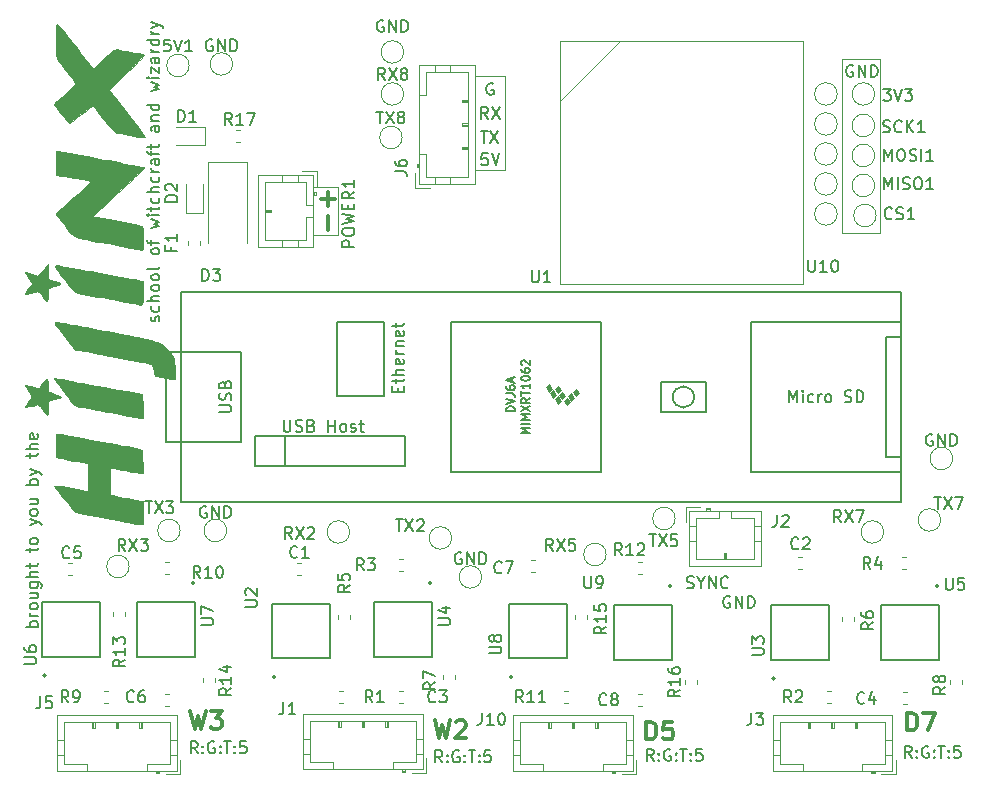
<source format=gbr>
G04 #@! TF.GenerationSoftware,KiCad,Pcbnew,5.1.5+dfsg1-2build2*
G04 #@! TF.CreationDate,2021-08-10T13:41:00-07:00*
G04 #@! TF.ProjectId,Telemetry Board Shrink,54656c65-6d65-4747-9279-20426f617264,rev?*
G04 #@! TF.SameCoordinates,Original*
G04 #@! TF.FileFunction,Legend,Top*
G04 #@! TF.FilePolarity,Positive*
%FSLAX46Y46*%
G04 Gerber Fmt 4.6, Leading zero omitted, Abs format (unit mm)*
G04 Created by KiCad (PCBNEW 5.1.5+dfsg1-2build2) date 2021-08-10 13:41:00*
%MOMM*%
%LPD*%
G04 APERTURE LIST*
%ADD10C,0.150000*%
%ADD11C,0.300000*%
%ADD12C,0.120000*%
%ADD13C,0.010000*%
%ADD14C,0.100000*%
%ADD15C,0.127000*%
G04 APERTURE END LIST*
D10*
X208915095Y-103640000D02*
X208819857Y-103592380D01*
X208677000Y-103592380D01*
X208534142Y-103640000D01*
X208438904Y-103735238D01*
X208391285Y-103830476D01*
X208343666Y-104020952D01*
X208343666Y-104163809D01*
X208391285Y-104354285D01*
X208438904Y-104449523D01*
X208534142Y-104544761D01*
X208677000Y-104592380D01*
X208772238Y-104592380D01*
X208915095Y-104544761D01*
X208962714Y-104497142D01*
X208962714Y-104163809D01*
X208772238Y-104163809D01*
X209391285Y-104592380D02*
X209391285Y-103592380D01*
X209962714Y-104592380D01*
X209962714Y-103592380D01*
X210438904Y-104592380D02*
X210438904Y-103592380D01*
X210677000Y-103592380D01*
X210819857Y-103640000D01*
X210915095Y-103735238D01*
X210962714Y-103830476D01*
X211010333Y-104020952D01*
X211010333Y-104163809D01*
X210962714Y-104354285D01*
X210915095Y-104449523D01*
X210819857Y-104544761D01*
X210677000Y-104592380D01*
X210438904Y-104592380D01*
X169037095Y-113673000D02*
X168941857Y-113625380D01*
X168799000Y-113625380D01*
X168656142Y-113673000D01*
X168560904Y-113768238D01*
X168513285Y-113863476D01*
X168465666Y-114053952D01*
X168465666Y-114196809D01*
X168513285Y-114387285D01*
X168560904Y-114482523D01*
X168656142Y-114577761D01*
X168799000Y-114625380D01*
X168894238Y-114625380D01*
X169037095Y-114577761D01*
X169084714Y-114530142D01*
X169084714Y-114196809D01*
X168894238Y-114196809D01*
X169513285Y-114625380D02*
X169513285Y-113625380D01*
X170084714Y-114625380D01*
X170084714Y-113625380D01*
X170560904Y-114625380D02*
X170560904Y-113625380D01*
X170799000Y-113625380D01*
X170941857Y-113673000D01*
X171037095Y-113768238D01*
X171084714Y-113863476D01*
X171132333Y-114053952D01*
X171132333Y-114196809D01*
X171084714Y-114387285D01*
X171037095Y-114482523D01*
X170941857Y-114577761D01*
X170799000Y-114625380D01*
X170560904Y-114625380D01*
X147447095Y-109736000D02*
X147351857Y-109688380D01*
X147209000Y-109688380D01*
X147066142Y-109736000D01*
X146970904Y-109831238D01*
X146923285Y-109926476D01*
X146875666Y-110116952D01*
X146875666Y-110259809D01*
X146923285Y-110450285D01*
X146970904Y-110545523D01*
X147066142Y-110640761D01*
X147209000Y-110688380D01*
X147304238Y-110688380D01*
X147447095Y-110640761D01*
X147494714Y-110593142D01*
X147494714Y-110259809D01*
X147304238Y-110259809D01*
X147923285Y-110688380D02*
X147923285Y-109688380D01*
X148494714Y-110688380D01*
X148494714Y-109688380D01*
X148970904Y-110688380D02*
X148970904Y-109688380D01*
X149209000Y-109688380D01*
X149351857Y-109736000D01*
X149447095Y-109831238D01*
X149494714Y-109926476D01*
X149542333Y-110116952D01*
X149542333Y-110259809D01*
X149494714Y-110450285D01*
X149447095Y-110545523D01*
X149351857Y-110640761D01*
X149209000Y-110688380D01*
X148970904Y-110688380D01*
X147955095Y-70239000D02*
X147859857Y-70191380D01*
X147717000Y-70191380D01*
X147574142Y-70239000D01*
X147478904Y-70334238D01*
X147431285Y-70429476D01*
X147383666Y-70619952D01*
X147383666Y-70762809D01*
X147431285Y-70953285D01*
X147478904Y-71048523D01*
X147574142Y-71143761D01*
X147717000Y-71191380D01*
X147812238Y-71191380D01*
X147955095Y-71143761D01*
X148002714Y-71096142D01*
X148002714Y-70762809D01*
X147812238Y-70762809D01*
X148431285Y-71191380D02*
X148431285Y-70191380D01*
X149002714Y-71191380D01*
X149002714Y-70191380D01*
X149478904Y-71191380D02*
X149478904Y-70191380D01*
X149717000Y-70191380D01*
X149859857Y-70239000D01*
X149955095Y-70334238D01*
X150002714Y-70429476D01*
X150050333Y-70619952D01*
X150050333Y-70762809D01*
X150002714Y-70953285D01*
X149955095Y-71048523D01*
X149859857Y-71143761D01*
X149717000Y-71191380D01*
X149478904Y-71191380D01*
D11*
X146089857Y-127067571D02*
X146447000Y-128567571D01*
X146732714Y-127496142D01*
X147018428Y-128567571D01*
X147375571Y-127067571D01*
X147804142Y-127067571D02*
X148732714Y-127067571D01*
X148232714Y-127639000D01*
X148447000Y-127639000D01*
X148589857Y-127710428D01*
X148661285Y-127781857D01*
X148732714Y-127924714D01*
X148732714Y-128281857D01*
X148661285Y-128424714D01*
X148589857Y-128496142D01*
X148447000Y-128567571D01*
X148018428Y-128567571D01*
X147875571Y-128496142D01*
X147804142Y-128424714D01*
D10*
X146701095Y-130627380D02*
X146367761Y-130151190D01*
X146129666Y-130627380D02*
X146129666Y-129627380D01*
X146510619Y-129627380D01*
X146605857Y-129675000D01*
X146653476Y-129722619D01*
X146701095Y-129817857D01*
X146701095Y-129960714D01*
X146653476Y-130055952D01*
X146605857Y-130103571D01*
X146510619Y-130151190D01*
X146129666Y-130151190D01*
X147129666Y-130532142D02*
X147177285Y-130579761D01*
X147129666Y-130627380D01*
X147082047Y-130579761D01*
X147129666Y-130532142D01*
X147129666Y-130627380D01*
X147129666Y-130008333D02*
X147177285Y-130055952D01*
X147129666Y-130103571D01*
X147082047Y-130055952D01*
X147129666Y-130008333D01*
X147129666Y-130103571D01*
X148129666Y-129675000D02*
X148034428Y-129627380D01*
X147891571Y-129627380D01*
X147748714Y-129675000D01*
X147653476Y-129770238D01*
X147605857Y-129865476D01*
X147558238Y-130055952D01*
X147558238Y-130198809D01*
X147605857Y-130389285D01*
X147653476Y-130484523D01*
X147748714Y-130579761D01*
X147891571Y-130627380D01*
X147986809Y-130627380D01*
X148129666Y-130579761D01*
X148177285Y-130532142D01*
X148177285Y-130198809D01*
X147986809Y-130198809D01*
X148605857Y-130532142D02*
X148653476Y-130579761D01*
X148605857Y-130627380D01*
X148558238Y-130579761D01*
X148605857Y-130532142D01*
X148605857Y-130627380D01*
X148605857Y-130008333D02*
X148653476Y-130055952D01*
X148605857Y-130103571D01*
X148558238Y-130055952D01*
X148605857Y-130008333D01*
X148605857Y-130103571D01*
X148939190Y-129627380D02*
X149510619Y-129627380D01*
X149224904Y-130627380D02*
X149224904Y-129627380D01*
X149843952Y-130532142D02*
X149891571Y-130579761D01*
X149843952Y-130627380D01*
X149796333Y-130579761D01*
X149843952Y-130532142D01*
X149843952Y-130627380D01*
X149843952Y-130008333D02*
X149891571Y-130055952D01*
X149843952Y-130103571D01*
X149796333Y-130055952D01*
X149843952Y-130008333D01*
X149843952Y-130103571D01*
X150796333Y-129627380D02*
X150320142Y-129627380D01*
X150272523Y-130103571D01*
X150320142Y-130055952D01*
X150415380Y-130008333D01*
X150653476Y-130008333D01*
X150748714Y-130055952D01*
X150796333Y-130103571D01*
X150843952Y-130198809D01*
X150843952Y-130436904D01*
X150796333Y-130532142D01*
X150748714Y-130579761D01*
X150653476Y-130627380D01*
X150415380Y-130627380D01*
X150320142Y-130579761D01*
X150272523Y-130532142D01*
X162433095Y-68588000D02*
X162337857Y-68540380D01*
X162195000Y-68540380D01*
X162052142Y-68588000D01*
X161956904Y-68683238D01*
X161909285Y-68778476D01*
X161861666Y-68968952D01*
X161861666Y-69111809D01*
X161909285Y-69302285D01*
X161956904Y-69397523D01*
X162052142Y-69492761D01*
X162195000Y-69540380D01*
X162290238Y-69540380D01*
X162433095Y-69492761D01*
X162480714Y-69445142D01*
X162480714Y-69111809D01*
X162290238Y-69111809D01*
X162909285Y-69540380D02*
X162909285Y-68540380D01*
X163480714Y-69540380D01*
X163480714Y-68540380D01*
X163956904Y-69540380D02*
X163956904Y-68540380D01*
X164195000Y-68540380D01*
X164337857Y-68588000D01*
X164433095Y-68683238D01*
X164480714Y-68778476D01*
X164528333Y-68968952D01*
X164528333Y-69111809D01*
X164480714Y-69302285D01*
X164433095Y-69397523D01*
X164337857Y-69492761D01*
X164195000Y-69540380D01*
X163956904Y-69540380D01*
X202184095Y-72398000D02*
X202088857Y-72350380D01*
X201946000Y-72350380D01*
X201803142Y-72398000D01*
X201707904Y-72493238D01*
X201660285Y-72588476D01*
X201612666Y-72778952D01*
X201612666Y-72921809D01*
X201660285Y-73112285D01*
X201707904Y-73207523D01*
X201803142Y-73302761D01*
X201946000Y-73350380D01*
X202041238Y-73350380D01*
X202184095Y-73302761D01*
X202231714Y-73255142D01*
X202231714Y-72921809D01*
X202041238Y-72921809D01*
X202660285Y-73350380D02*
X202660285Y-72350380D01*
X203231714Y-73350380D01*
X203231714Y-72350380D01*
X203707904Y-73350380D02*
X203707904Y-72350380D01*
X203946000Y-72350380D01*
X204088857Y-72398000D01*
X204184095Y-72493238D01*
X204231714Y-72588476D01*
X204279333Y-72778952D01*
X204279333Y-72921809D01*
X204231714Y-73112285D01*
X204184095Y-73207523D01*
X204088857Y-73302761D01*
X203946000Y-73350380D01*
X203707904Y-73350380D01*
X167402095Y-131389380D02*
X167068761Y-130913190D01*
X166830666Y-131389380D02*
X166830666Y-130389380D01*
X167211619Y-130389380D01*
X167306857Y-130437000D01*
X167354476Y-130484619D01*
X167402095Y-130579857D01*
X167402095Y-130722714D01*
X167354476Y-130817952D01*
X167306857Y-130865571D01*
X167211619Y-130913190D01*
X166830666Y-130913190D01*
X167830666Y-131294142D02*
X167878285Y-131341761D01*
X167830666Y-131389380D01*
X167783047Y-131341761D01*
X167830666Y-131294142D01*
X167830666Y-131389380D01*
X167830666Y-130770333D02*
X167878285Y-130817952D01*
X167830666Y-130865571D01*
X167783047Y-130817952D01*
X167830666Y-130770333D01*
X167830666Y-130865571D01*
X168830666Y-130437000D02*
X168735428Y-130389380D01*
X168592571Y-130389380D01*
X168449714Y-130437000D01*
X168354476Y-130532238D01*
X168306857Y-130627476D01*
X168259238Y-130817952D01*
X168259238Y-130960809D01*
X168306857Y-131151285D01*
X168354476Y-131246523D01*
X168449714Y-131341761D01*
X168592571Y-131389380D01*
X168687809Y-131389380D01*
X168830666Y-131341761D01*
X168878285Y-131294142D01*
X168878285Y-130960809D01*
X168687809Y-130960809D01*
X169306857Y-131294142D02*
X169354476Y-131341761D01*
X169306857Y-131389380D01*
X169259238Y-131341761D01*
X169306857Y-131294142D01*
X169306857Y-131389380D01*
X169306857Y-130770333D02*
X169354476Y-130817952D01*
X169306857Y-130865571D01*
X169259238Y-130817952D01*
X169306857Y-130770333D01*
X169306857Y-130865571D01*
X169640190Y-130389380D02*
X170211619Y-130389380D01*
X169925904Y-131389380D02*
X169925904Y-130389380D01*
X170544952Y-131294142D02*
X170592571Y-131341761D01*
X170544952Y-131389380D01*
X170497333Y-131341761D01*
X170544952Y-131294142D01*
X170544952Y-131389380D01*
X170544952Y-130770333D02*
X170592571Y-130817952D01*
X170544952Y-130865571D01*
X170497333Y-130817952D01*
X170544952Y-130770333D01*
X170544952Y-130865571D01*
X171497333Y-130389380D02*
X171021142Y-130389380D01*
X170973523Y-130865571D01*
X171021142Y-130817952D01*
X171116380Y-130770333D01*
X171354476Y-130770333D01*
X171449714Y-130817952D01*
X171497333Y-130865571D01*
X171544952Y-130960809D01*
X171544952Y-131198904D01*
X171497333Y-131294142D01*
X171449714Y-131341761D01*
X171354476Y-131389380D01*
X171116380Y-131389380D01*
X171021142Y-131341761D01*
X170973523Y-131294142D01*
X185309095Y-131262380D02*
X184975761Y-130786190D01*
X184737666Y-131262380D02*
X184737666Y-130262380D01*
X185118619Y-130262380D01*
X185213857Y-130310000D01*
X185261476Y-130357619D01*
X185309095Y-130452857D01*
X185309095Y-130595714D01*
X185261476Y-130690952D01*
X185213857Y-130738571D01*
X185118619Y-130786190D01*
X184737666Y-130786190D01*
X185737666Y-131167142D02*
X185785285Y-131214761D01*
X185737666Y-131262380D01*
X185690047Y-131214761D01*
X185737666Y-131167142D01*
X185737666Y-131262380D01*
X185737666Y-130643333D02*
X185785285Y-130690952D01*
X185737666Y-130738571D01*
X185690047Y-130690952D01*
X185737666Y-130643333D01*
X185737666Y-130738571D01*
X186737666Y-130310000D02*
X186642428Y-130262380D01*
X186499571Y-130262380D01*
X186356714Y-130310000D01*
X186261476Y-130405238D01*
X186213857Y-130500476D01*
X186166238Y-130690952D01*
X186166238Y-130833809D01*
X186213857Y-131024285D01*
X186261476Y-131119523D01*
X186356714Y-131214761D01*
X186499571Y-131262380D01*
X186594809Y-131262380D01*
X186737666Y-131214761D01*
X186785285Y-131167142D01*
X186785285Y-130833809D01*
X186594809Y-130833809D01*
X187213857Y-131167142D02*
X187261476Y-131214761D01*
X187213857Y-131262380D01*
X187166238Y-131214761D01*
X187213857Y-131167142D01*
X187213857Y-131262380D01*
X187213857Y-130643333D02*
X187261476Y-130690952D01*
X187213857Y-130738571D01*
X187166238Y-130690952D01*
X187213857Y-130643333D01*
X187213857Y-130738571D01*
X187547190Y-130262380D02*
X188118619Y-130262380D01*
X187832904Y-131262380D02*
X187832904Y-130262380D01*
X188451952Y-131167142D02*
X188499571Y-131214761D01*
X188451952Y-131262380D01*
X188404333Y-131214761D01*
X188451952Y-131167142D01*
X188451952Y-131262380D01*
X188451952Y-130643333D02*
X188499571Y-130690952D01*
X188451952Y-130738571D01*
X188404333Y-130690952D01*
X188451952Y-130643333D01*
X188451952Y-130738571D01*
X189404333Y-130262380D02*
X188928142Y-130262380D01*
X188880523Y-130738571D01*
X188928142Y-130690952D01*
X189023380Y-130643333D01*
X189261476Y-130643333D01*
X189356714Y-130690952D01*
X189404333Y-130738571D01*
X189451952Y-130833809D01*
X189451952Y-131071904D01*
X189404333Y-131167142D01*
X189356714Y-131214761D01*
X189261476Y-131262380D01*
X189023380Y-131262380D01*
X188928142Y-131214761D01*
X188880523Y-131167142D01*
X191770095Y-117356000D02*
X191674857Y-117308380D01*
X191532000Y-117308380D01*
X191389142Y-117356000D01*
X191293904Y-117451238D01*
X191246285Y-117546476D01*
X191198666Y-117736952D01*
X191198666Y-117879809D01*
X191246285Y-118070285D01*
X191293904Y-118165523D01*
X191389142Y-118260761D01*
X191532000Y-118308380D01*
X191627238Y-118308380D01*
X191770095Y-118260761D01*
X191817714Y-118213142D01*
X191817714Y-117879809D01*
X191627238Y-117879809D01*
X192246285Y-118308380D02*
X192246285Y-117308380D01*
X192817714Y-118308380D01*
X192817714Y-117308380D01*
X193293904Y-118308380D02*
X193293904Y-117308380D01*
X193532000Y-117308380D01*
X193674857Y-117356000D01*
X193770095Y-117451238D01*
X193817714Y-117546476D01*
X193865333Y-117736952D01*
X193865333Y-117879809D01*
X193817714Y-118070285D01*
X193770095Y-118165523D01*
X193674857Y-118260761D01*
X193532000Y-118308380D01*
X193293904Y-118308380D01*
X188126904Y-116609761D02*
X188269761Y-116657380D01*
X188507857Y-116657380D01*
X188603095Y-116609761D01*
X188650714Y-116562142D01*
X188698333Y-116466904D01*
X188698333Y-116371666D01*
X188650714Y-116276428D01*
X188603095Y-116228809D01*
X188507857Y-116181190D01*
X188317380Y-116133571D01*
X188222142Y-116085952D01*
X188174523Y-116038333D01*
X188126904Y-115943095D01*
X188126904Y-115847857D01*
X188174523Y-115752619D01*
X188222142Y-115705000D01*
X188317380Y-115657380D01*
X188555476Y-115657380D01*
X188698333Y-115705000D01*
X189317380Y-116181190D02*
X189317380Y-116657380D01*
X188984047Y-115657380D02*
X189317380Y-116181190D01*
X189650714Y-115657380D01*
X189984047Y-116657380D02*
X189984047Y-115657380D01*
X190555476Y-116657380D01*
X190555476Y-115657380D01*
X191603095Y-116562142D02*
X191555476Y-116609761D01*
X191412619Y-116657380D01*
X191317380Y-116657380D01*
X191174523Y-116609761D01*
X191079285Y-116514523D01*
X191031666Y-116419285D01*
X190984047Y-116228809D01*
X190984047Y-116085952D01*
X191031666Y-115895476D01*
X191079285Y-115800238D01*
X191174523Y-115705000D01*
X191317380Y-115657380D01*
X191412619Y-115657380D01*
X191555476Y-115705000D01*
X191603095Y-115752619D01*
X207153095Y-131008380D02*
X206819761Y-130532190D01*
X206581666Y-131008380D02*
X206581666Y-130008380D01*
X206962619Y-130008380D01*
X207057857Y-130056000D01*
X207105476Y-130103619D01*
X207153095Y-130198857D01*
X207153095Y-130341714D01*
X207105476Y-130436952D01*
X207057857Y-130484571D01*
X206962619Y-130532190D01*
X206581666Y-130532190D01*
X207581666Y-130913142D02*
X207629285Y-130960761D01*
X207581666Y-131008380D01*
X207534047Y-130960761D01*
X207581666Y-130913142D01*
X207581666Y-131008380D01*
X207581666Y-130389333D02*
X207629285Y-130436952D01*
X207581666Y-130484571D01*
X207534047Y-130436952D01*
X207581666Y-130389333D01*
X207581666Y-130484571D01*
X208581666Y-130056000D02*
X208486428Y-130008380D01*
X208343571Y-130008380D01*
X208200714Y-130056000D01*
X208105476Y-130151238D01*
X208057857Y-130246476D01*
X208010238Y-130436952D01*
X208010238Y-130579809D01*
X208057857Y-130770285D01*
X208105476Y-130865523D01*
X208200714Y-130960761D01*
X208343571Y-131008380D01*
X208438809Y-131008380D01*
X208581666Y-130960761D01*
X208629285Y-130913142D01*
X208629285Y-130579809D01*
X208438809Y-130579809D01*
X209057857Y-130913142D02*
X209105476Y-130960761D01*
X209057857Y-131008380D01*
X209010238Y-130960761D01*
X209057857Y-130913142D01*
X209057857Y-131008380D01*
X209057857Y-130389333D02*
X209105476Y-130436952D01*
X209057857Y-130484571D01*
X209010238Y-130436952D01*
X209057857Y-130389333D01*
X209057857Y-130484571D01*
X209391190Y-130008380D02*
X209962619Y-130008380D01*
X209676904Y-131008380D02*
X209676904Y-130008380D01*
X210295952Y-130913142D02*
X210343571Y-130960761D01*
X210295952Y-131008380D01*
X210248333Y-130960761D01*
X210295952Y-130913142D01*
X210295952Y-131008380D01*
X210295952Y-130389333D02*
X210343571Y-130436952D01*
X210295952Y-130484571D01*
X210248333Y-130436952D01*
X210295952Y-130389333D01*
X210295952Y-130484571D01*
X211248333Y-130008380D02*
X210772142Y-130008380D01*
X210724523Y-130484571D01*
X210772142Y-130436952D01*
X210867380Y-130389333D01*
X211105476Y-130389333D01*
X211200714Y-130436952D01*
X211248333Y-130484571D01*
X211295952Y-130579809D01*
X211295952Y-130817904D01*
X211248333Y-130913142D01*
X211200714Y-130960761D01*
X211105476Y-131008380D01*
X210867380Y-131008380D01*
X210772142Y-130960761D01*
X210724523Y-130913142D01*
D12*
X158623000Y-82677000D02*
X156591000Y-82677000D01*
X158623000Y-86741000D02*
X158623000Y-82677000D01*
X156464000Y-86741000D02*
X158623000Y-86741000D01*
X172720000Y-73279000D02*
X170180000Y-73279000D01*
X172720000Y-81280000D02*
X172720000Y-73279000D01*
X170180000Y-81280000D02*
X172720000Y-81280000D01*
D10*
X171711904Y-73922000D02*
X171616666Y-73874380D01*
X171473809Y-73874380D01*
X171330952Y-73922000D01*
X171235714Y-74017238D01*
X171188095Y-74112476D01*
X171140476Y-74302952D01*
X171140476Y-74445809D01*
X171188095Y-74636285D01*
X171235714Y-74731523D01*
X171330952Y-74826761D01*
X171473809Y-74874380D01*
X171569047Y-74874380D01*
X171711904Y-74826761D01*
X171759523Y-74779142D01*
X171759523Y-74445809D01*
X171569047Y-74445809D01*
X171283333Y-76906380D02*
X170950000Y-76430190D01*
X170711904Y-76906380D02*
X170711904Y-75906380D01*
X171092857Y-75906380D01*
X171188095Y-75954000D01*
X171235714Y-76001619D01*
X171283333Y-76096857D01*
X171283333Y-76239714D01*
X171235714Y-76334952D01*
X171188095Y-76382571D01*
X171092857Y-76430190D01*
X170711904Y-76430190D01*
X171616666Y-75906380D02*
X172283333Y-76906380D01*
X172283333Y-75906380D02*
X171616666Y-76906380D01*
X170688095Y-77938380D02*
X171259523Y-77938380D01*
X170973809Y-78938380D02*
X170973809Y-77938380D01*
X171497619Y-77938380D02*
X172164285Y-78938380D01*
X172164285Y-77938380D02*
X171497619Y-78938380D01*
X171259523Y-79843380D02*
X170783333Y-79843380D01*
X170735714Y-80319571D01*
X170783333Y-80271952D01*
X170878571Y-80224333D01*
X171116666Y-80224333D01*
X171211904Y-80271952D01*
X171259523Y-80319571D01*
X171307142Y-80414809D01*
X171307142Y-80652904D01*
X171259523Y-80748142D01*
X171211904Y-80795761D01*
X171116666Y-80843380D01*
X170878571Y-80843380D01*
X170783333Y-80795761D01*
X170735714Y-80748142D01*
X171592857Y-79843380D02*
X171926190Y-80843380D01*
X172259523Y-79843380D01*
D11*
X157753857Y-83121571D02*
X157753857Y-84264428D01*
X157182428Y-83693000D02*
X158325285Y-83693000D01*
X157753857Y-85153571D02*
X157753857Y-86296428D01*
D10*
X143406761Y-94049857D02*
X143454380Y-93954619D01*
X143454380Y-93764142D01*
X143406761Y-93668904D01*
X143311523Y-93621285D01*
X143263904Y-93621285D01*
X143168666Y-93668904D01*
X143121047Y-93764142D01*
X143121047Y-93907000D01*
X143073428Y-94002238D01*
X142978190Y-94049857D01*
X142930571Y-94049857D01*
X142835333Y-94002238D01*
X142787714Y-93907000D01*
X142787714Y-93764142D01*
X142835333Y-93668904D01*
X143406761Y-92764142D02*
X143454380Y-92859380D01*
X143454380Y-93049857D01*
X143406761Y-93145095D01*
X143359142Y-93192714D01*
X143263904Y-93240333D01*
X142978190Y-93240333D01*
X142882952Y-93192714D01*
X142835333Y-93145095D01*
X142787714Y-93049857D01*
X142787714Y-92859380D01*
X142835333Y-92764142D01*
X143454380Y-92335571D02*
X142454380Y-92335571D01*
X143454380Y-91907000D02*
X142930571Y-91907000D01*
X142835333Y-91954619D01*
X142787714Y-92049857D01*
X142787714Y-92192714D01*
X142835333Y-92287952D01*
X142882952Y-92335571D01*
X143454380Y-91287952D02*
X143406761Y-91383190D01*
X143359142Y-91430809D01*
X143263904Y-91478428D01*
X142978190Y-91478428D01*
X142882952Y-91430809D01*
X142835333Y-91383190D01*
X142787714Y-91287952D01*
X142787714Y-91145095D01*
X142835333Y-91049857D01*
X142882952Y-91002238D01*
X142978190Y-90954619D01*
X143263904Y-90954619D01*
X143359142Y-91002238D01*
X143406761Y-91049857D01*
X143454380Y-91145095D01*
X143454380Y-91287952D01*
X143454380Y-90383190D02*
X143406761Y-90478428D01*
X143359142Y-90526047D01*
X143263904Y-90573666D01*
X142978190Y-90573666D01*
X142882952Y-90526047D01*
X142835333Y-90478428D01*
X142787714Y-90383190D01*
X142787714Y-90240333D01*
X142835333Y-90145095D01*
X142882952Y-90097476D01*
X142978190Y-90049857D01*
X143263904Y-90049857D01*
X143359142Y-90097476D01*
X143406761Y-90145095D01*
X143454380Y-90240333D01*
X143454380Y-90383190D01*
X143454380Y-89478428D02*
X143406761Y-89573666D01*
X143311523Y-89621285D01*
X142454380Y-89621285D01*
X143454380Y-88192714D02*
X143406761Y-88287952D01*
X143359142Y-88335571D01*
X143263904Y-88383190D01*
X142978190Y-88383190D01*
X142882952Y-88335571D01*
X142835333Y-88287952D01*
X142787714Y-88192714D01*
X142787714Y-88049857D01*
X142835333Y-87954619D01*
X142882952Y-87907000D01*
X142978190Y-87859380D01*
X143263904Y-87859380D01*
X143359142Y-87907000D01*
X143406761Y-87954619D01*
X143454380Y-88049857D01*
X143454380Y-88192714D01*
X142787714Y-87573666D02*
X142787714Y-87192714D01*
X143454380Y-87430809D02*
X142597238Y-87430809D01*
X142502000Y-87383190D01*
X142454380Y-87287952D01*
X142454380Y-87192714D01*
X142787714Y-86192714D02*
X143454380Y-86002238D01*
X142978190Y-85811761D01*
X143454380Y-85621285D01*
X142787714Y-85430809D01*
X143454380Y-85049857D02*
X142787714Y-85049857D01*
X142454380Y-85049857D02*
X142502000Y-85097476D01*
X142549619Y-85049857D01*
X142502000Y-85002238D01*
X142454380Y-85049857D01*
X142549619Y-85049857D01*
X142787714Y-84716523D02*
X142787714Y-84335571D01*
X142454380Y-84573666D02*
X143311523Y-84573666D01*
X143406761Y-84526047D01*
X143454380Y-84430809D01*
X143454380Y-84335571D01*
X143406761Y-83573666D02*
X143454380Y-83668904D01*
X143454380Y-83859380D01*
X143406761Y-83954619D01*
X143359142Y-84002238D01*
X143263904Y-84049857D01*
X142978190Y-84049857D01*
X142882952Y-84002238D01*
X142835333Y-83954619D01*
X142787714Y-83859380D01*
X142787714Y-83668904D01*
X142835333Y-83573666D01*
X143454380Y-83145095D02*
X142454380Y-83145095D01*
X143454380Y-82716523D02*
X142930571Y-82716523D01*
X142835333Y-82764142D01*
X142787714Y-82859380D01*
X142787714Y-83002238D01*
X142835333Y-83097476D01*
X142882952Y-83145095D01*
X143406761Y-81811761D02*
X143454380Y-81907000D01*
X143454380Y-82097476D01*
X143406761Y-82192714D01*
X143359142Y-82240333D01*
X143263904Y-82287952D01*
X142978190Y-82287952D01*
X142882952Y-82240333D01*
X142835333Y-82192714D01*
X142787714Y-82097476D01*
X142787714Y-81907000D01*
X142835333Y-81811761D01*
X143454380Y-81383190D02*
X142787714Y-81383190D01*
X142978190Y-81383190D02*
X142882952Y-81335571D01*
X142835333Y-81287952D01*
X142787714Y-81192714D01*
X142787714Y-81097476D01*
X143454380Y-80335571D02*
X142930571Y-80335571D01*
X142835333Y-80383190D01*
X142787714Y-80478428D01*
X142787714Y-80668904D01*
X142835333Y-80764142D01*
X143406761Y-80335571D02*
X143454380Y-80430809D01*
X143454380Y-80668904D01*
X143406761Y-80764142D01*
X143311523Y-80811761D01*
X143216285Y-80811761D01*
X143121047Y-80764142D01*
X143073428Y-80668904D01*
X143073428Y-80430809D01*
X143025809Y-80335571D01*
X142787714Y-80002238D02*
X142787714Y-79621285D01*
X143454380Y-79859380D02*
X142597238Y-79859380D01*
X142502000Y-79811761D01*
X142454380Y-79716523D01*
X142454380Y-79621285D01*
X142787714Y-79430809D02*
X142787714Y-79049857D01*
X142454380Y-79287952D02*
X143311523Y-79287952D01*
X143406761Y-79240333D01*
X143454380Y-79145095D01*
X143454380Y-79049857D01*
X143454380Y-77526047D02*
X142930571Y-77526047D01*
X142835333Y-77573666D01*
X142787714Y-77668904D01*
X142787714Y-77859380D01*
X142835333Y-77954619D01*
X143406761Y-77526047D02*
X143454380Y-77621285D01*
X143454380Y-77859380D01*
X143406761Y-77954619D01*
X143311523Y-78002238D01*
X143216285Y-78002238D01*
X143121047Y-77954619D01*
X143073428Y-77859380D01*
X143073428Y-77621285D01*
X143025809Y-77526047D01*
X142787714Y-77049857D02*
X143454380Y-77049857D01*
X142882952Y-77049857D02*
X142835333Y-77002238D01*
X142787714Y-76907000D01*
X142787714Y-76764142D01*
X142835333Y-76668904D01*
X142930571Y-76621285D01*
X143454380Y-76621285D01*
X143454380Y-75716523D02*
X142454380Y-75716523D01*
X143406761Y-75716523D02*
X143454380Y-75811761D01*
X143454380Y-76002238D01*
X143406761Y-76097476D01*
X143359142Y-76145095D01*
X143263904Y-76192714D01*
X142978190Y-76192714D01*
X142882952Y-76145095D01*
X142835333Y-76097476D01*
X142787714Y-76002238D01*
X142787714Y-75811761D01*
X142835333Y-75716523D01*
X142787714Y-74573666D02*
X143454380Y-74383190D01*
X142978190Y-74192714D01*
X143454380Y-74002238D01*
X142787714Y-73811761D01*
X143454380Y-73430809D02*
X142787714Y-73430809D01*
X142454380Y-73430809D02*
X142502000Y-73478428D01*
X142549619Y-73430809D01*
X142502000Y-73383190D01*
X142454380Y-73430809D01*
X142549619Y-73430809D01*
X142787714Y-73049857D02*
X142787714Y-72526047D01*
X143454380Y-73049857D01*
X143454380Y-72526047D01*
X143454380Y-71716523D02*
X142930571Y-71716523D01*
X142835333Y-71764142D01*
X142787714Y-71859380D01*
X142787714Y-72049857D01*
X142835333Y-72145095D01*
X143406761Y-71716523D02*
X143454380Y-71811761D01*
X143454380Y-72049857D01*
X143406761Y-72145095D01*
X143311523Y-72192714D01*
X143216285Y-72192714D01*
X143121047Y-72145095D01*
X143073428Y-72049857D01*
X143073428Y-71811761D01*
X143025809Y-71716523D01*
X143454380Y-71240333D02*
X142787714Y-71240333D01*
X142978190Y-71240333D02*
X142882952Y-71192714D01*
X142835333Y-71145095D01*
X142787714Y-71049857D01*
X142787714Y-70954619D01*
X143454380Y-70192714D02*
X142454380Y-70192714D01*
X143406761Y-70192714D02*
X143454380Y-70287952D01*
X143454380Y-70478428D01*
X143406761Y-70573666D01*
X143359142Y-70621285D01*
X143263904Y-70668904D01*
X142978190Y-70668904D01*
X142882952Y-70621285D01*
X142835333Y-70573666D01*
X142787714Y-70478428D01*
X142787714Y-70287952D01*
X142835333Y-70192714D01*
X143454380Y-69716523D02*
X142787714Y-69716523D01*
X142978190Y-69716523D02*
X142882952Y-69668904D01*
X142835333Y-69621285D01*
X142787714Y-69526047D01*
X142787714Y-69430809D01*
X142787714Y-69192714D02*
X143454380Y-68954619D01*
X142787714Y-68716523D02*
X143454380Y-68954619D01*
X143692476Y-69049857D01*
X143740095Y-69097476D01*
X143787714Y-69192714D01*
X133167380Y-119926666D02*
X132167380Y-119926666D01*
X132548333Y-119926666D02*
X132500714Y-119831428D01*
X132500714Y-119640952D01*
X132548333Y-119545714D01*
X132595952Y-119498095D01*
X132691190Y-119450476D01*
X132976904Y-119450476D01*
X133072142Y-119498095D01*
X133119761Y-119545714D01*
X133167380Y-119640952D01*
X133167380Y-119831428D01*
X133119761Y-119926666D01*
X133167380Y-119021904D02*
X132500714Y-119021904D01*
X132691190Y-119021904D02*
X132595952Y-118974285D01*
X132548333Y-118926666D01*
X132500714Y-118831428D01*
X132500714Y-118736190D01*
X133167380Y-118260000D02*
X133119761Y-118355238D01*
X133072142Y-118402857D01*
X132976904Y-118450476D01*
X132691190Y-118450476D01*
X132595952Y-118402857D01*
X132548333Y-118355238D01*
X132500714Y-118260000D01*
X132500714Y-118117142D01*
X132548333Y-118021904D01*
X132595952Y-117974285D01*
X132691190Y-117926666D01*
X132976904Y-117926666D01*
X133072142Y-117974285D01*
X133119761Y-118021904D01*
X133167380Y-118117142D01*
X133167380Y-118260000D01*
X132500714Y-117069523D02*
X133167380Y-117069523D01*
X132500714Y-117498095D02*
X133024523Y-117498095D01*
X133119761Y-117450476D01*
X133167380Y-117355238D01*
X133167380Y-117212380D01*
X133119761Y-117117142D01*
X133072142Y-117069523D01*
X132500714Y-116164761D02*
X133310238Y-116164761D01*
X133405476Y-116212380D01*
X133453095Y-116260000D01*
X133500714Y-116355238D01*
X133500714Y-116498095D01*
X133453095Y-116593333D01*
X133119761Y-116164761D02*
X133167380Y-116260000D01*
X133167380Y-116450476D01*
X133119761Y-116545714D01*
X133072142Y-116593333D01*
X132976904Y-116640952D01*
X132691190Y-116640952D01*
X132595952Y-116593333D01*
X132548333Y-116545714D01*
X132500714Y-116450476D01*
X132500714Y-116260000D01*
X132548333Y-116164761D01*
X133167380Y-115688571D02*
X132167380Y-115688571D01*
X133167380Y-115260000D02*
X132643571Y-115260000D01*
X132548333Y-115307619D01*
X132500714Y-115402857D01*
X132500714Y-115545714D01*
X132548333Y-115640952D01*
X132595952Y-115688571D01*
X132500714Y-114926666D02*
X132500714Y-114545714D01*
X132167380Y-114783809D02*
X133024523Y-114783809D01*
X133119761Y-114736190D01*
X133167380Y-114640952D01*
X133167380Y-114545714D01*
X132500714Y-113593333D02*
X132500714Y-113212380D01*
X132167380Y-113450476D02*
X133024523Y-113450476D01*
X133119761Y-113402857D01*
X133167380Y-113307619D01*
X133167380Y-113212380D01*
X133167380Y-112736190D02*
X133119761Y-112831428D01*
X133072142Y-112879047D01*
X132976904Y-112926666D01*
X132691190Y-112926666D01*
X132595952Y-112879047D01*
X132548333Y-112831428D01*
X132500714Y-112736190D01*
X132500714Y-112593333D01*
X132548333Y-112498095D01*
X132595952Y-112450476D01*
X132691190Y-112402857D01*
X132976904Y-112402857D01*
X133072142Y-112450476D01*
X133119761Y-112498095D01*
X133167380Y-112593333D01*
X133167380Y-112736190D01*
X132500714Y-111307619D02*
X133167380Y-111069523D01*
X132500714Y-110831428D02*
X133167380Y-111069523D01*
X133405476Y-111164761D01*
X133453095Y-111212380D01*
X133500714Y-111307619D01*
X133167380Y-110307619D02*
X133119761Y-110402857D01*
X133072142Y-110450476D01*
X132976904Y-110498095D01*
X132691190Y-110498095D01*
X132595952Y-110450476D01*
X132548333Y-110402857D01*
X132500714Y-110307619D01*
X132500714Y-110164761D01*
X132548333Y-110069523D01*
X132595952Y-110021904D01*
X132691190Y-109974285D01*
X132976904Y-109974285D01*
X133072142Y-110021904D01*
X133119761Y-110069523D01*
X133167380Y-110164761D01*
X133167380Y-110307619D01*
X132500714Y-109117142D02*
X133167380Y-109117142D01*
X132500714Y-109545714D02*
X133024523Y-109545714D01*
X133119761Y-109498095D01*
X133167380Y-109402857D01*
X133167380Y-109260000D01*
X133119761Y-109164761D01*
X133072142Y-109117142D01*
X133167380Y-107879047D02*
X132167380Y-107879047D01*
X132548333Y-107879047D02*
X132500714Y-107783809D01*
X132500714Y-107593333D01*
X132548333Y-107498095D01*
X132595952Y-107450476D01*
X132691190Y-107402857D01*
X132976904Y-107402857D01*
X133072142Y-107450476D01*
X133119761Y-107498095D01*
X133167380Y-107593333D01*
X133167380Y-107783809D01*
X133119761Y-107879047D01*
X132500714Y-107069523D02*
X133167380Y-106831428D01*
X132500714Y-106593333D02*
X133167380Y-106831428D01*
X133405476Y-106926666D01*
X133453095Y-106974285D01*
X133500714Y-107069523D01*
X132500714Y-105593333D02*
X132500714Y-105212380D01*
X132167380Y-105450476D02*
X133024523Y-105450476D01*
X133119761Y-105402857D01*
X133167380Y-105307619D01*
X133167380Y-105212380D01*
X133167380Y-104879047D02*
X132167380Y-104879047D01*
X133167380Y-104450476D02*
X132643571Y-104450476D01*
X132548333Y-104498095D01*
X132500714Y-104593333D01*
X132500714Y-104736190D01*
X132548333Y-104831428D01*
X132595952Y-104879047D01*
X133119761Y-103593333D02*
X133167380Y-103688571D01*
X133167380Y-103879047D01*
X133119761Y-103974285D01*
X133024523Y-104021904D01*
X132643571Y-104021904D01*
X132548333Y-103974285D01*
X132500714Y-103879047D01*
X132500714Y-103688571D01*
X132548333Y-103593333D01*
X132643571Y-103545714D01*
X132738809Y-103545714D01*
X132834047Y-104021904D01*
D12*
X201295000Y-86614000D02*
X204470000Y-86614000D01*
X201295000Y-71882000D02*
X201295000Y-86614000D01*
X204470000Y-71882000D02*
X201295000Y-71882000D01*
X204470000Y-86614000D02*
X204470000Y-71882000D01*
D11*
X166790857Y-127829571D02*
X167148000Y-129329571D01*
X167433714Y-128258142D01*
X167719428Y-129329571D01*
X168076571Y-127829571D01*
X168576571Y-127972428D02*
X168648000Y-127901000D01*
X168790857Y-127829571D01*
X169148000Y-127829571D01*
X169290857Y-127901000D01*
X169362285Y-127972428D01*
X169433714Y-128115285D01*
X169433714Y-128258142D01*
X169362285Y-128472428D01*
X168505142Y-129329571D01*
X169433714Y-129329571D01*
X184693857Y-129456571D02*
X184693857Y-127956571D01*
X185051000Y-127956571D01*
X185265285Y-128028000D01*
X185408142Y-128170857D01*
X185479571Y-128313714D01*
X185551000Y-128599428D01*
X185551000Y-128813714D01*
X185479571Y-129099428D01*
X185408142Y-129242285D01*
X185265285Y-129385142D01*
X185051000Y-129456571D01*
X184693857Y-129456571D01*
X186908142Y-127956571D02*
X186193857Y-127956571D01*
X186122428Y-128670857D01*
X186193857Y-128599428D01*
X186336714Y-128528000D01*
X186693857Y-128528000D01*
X186836714Y-128599428D01*
X186908142Y-128670857D01*
X186979571Y-128813714D01*
X186979571Y-129170857D01*
X186908142Y-129313714D01*
X186836714Y-129385142D01*
X186693857Y-129456571D01*
X186336714Y-129456571D01*
X186193857Y-129385142D01*
X186122428Y-129313714D01*
X206791857Y-128694571D02*
X206791857Y-127194571D01*
X207149000Y-127194571D01*
X207363285Y-127266000D01*
X207506142Y-127408857D01*
X207577571Y-127551714D01*
X207649000Y-127837428D01*
X207649000Y-128051714D01*
X207577571Y-128337428D01*
X207506142Y-128480285D01*
X207363285Y-128623142D01*
X207149000Y-128694571D01*
X206791857Y-128694571D01*
X208149000Y-127194571D02*
X209149000Y-127194571D01*
X208506142Y-128694571D01*
D12*
X204150000Y-85090000D02*
G75*
G03X204150000Y-85090000I-950000J0D01*
G01*
X210627000Y-105664000D02*
G75*
G03X210627000Y-105664000I-950000J0D01*
G01*
X170749000Y-115697000D02*
G75*
G03X170749000Y-115697000I-950000J0D01*
G01*
D13*
G36*
X132131678Y-91584071D02*
G01*
X132264224Y-91390278D01*
X132376333Y-91251281D01*
X132541798Y-91047490D01*
X132649360Y-90894899D01*
X132672666Y-90843986D01*
X132626800Y-90747883D01*
X132507612Y-90559840D01*
X132370515Y-90362318D01*
X132219087Y-90134983D01*
X132127708Y-89964701D01*
X132114718Y-89895392D01*
X132212688Y-89895852D01*
X132424022Y-89942089D01*
X132692036Y-90020703D01*
X133223000Y-90192368D01*
X133392333Y-89969642D01*
X133567613Y-89752008D01*
X133770533Y-89516638D01*
X133792018Y-89492791D01*
X134022369Y-89238666D01*
X134024851Y-89845161D01*
X134027333Y-90451655D01*
X134551964Y-90614722D01*
X134895580Y-90738425D01*
X135071189Y-90843906D01*
X135079091Y-90931560D01*
X134919586Y-91001781D01*
X134857318Y-91015903D01*
X134564418Y-91087984D01*
X134302500Y-91167624D01*
X134152775Y-91226910D01*
X134070472Y-91304533D01*
X134035422Y-91446525D01*
X134027456Y-91698920D01*
X134027333Y-91795675D01*
X134017538Y-92102695D01*
X133983733Y-92270434D01*
X133919286Y-92328051D01*
X133906038Y-92329000D01*
X133779790Y-92259369D01*
X133734696Y-92180833D01*
X133648288Y-92028141D01*
X133492127Y-91824074D01*
X133429858Y-91753032D01*
X133258703Y-91581916D01*
X133126299Y-91519113D01*
X132966234Y-91540221D01*
X132902701Y-91559327D01*
X132532035Y-91675096D01*
X132293523Y-91744142D01*
X132158118Y-91771600D01*
X132096778Y-91762609D01*
X132080458Y-91722305D01*
X132080000Y-91704835D01*
X132131678Y-91584071D01*
G37*
X132131678Y-91584071D02*
X132264224Y-91390278D01*
X132376333Y-91251281D01*
X132541798Y-91047490D01*
X132649360Y-90894899D01*
X132672666Y-90843986D01*
X132626800Y-90747883D01*
X132507612Y-90559840D01*
X132370515Y-90362318D01*
X132219087Y-90134983D01*
X132127708Y-89964701D01*
X132114718Y-89895392D01*
X132212688Y-89895852D01*
X132424022Y-89942089D01*
X132692036Y-90020703D01*
X133223000Y-90192368D01*
X133392333Y-89969642D01*
X133567613Y-89752008D01*
X133770533Y-89516638D01*
X133792018Y-89492791D01*
X134022369Y-89238666D01*
X134024851Y-89845161D01*
X134027333Y-90451655D01*
X134551964Y-90614722D01*
X134895580Y-90738425D01*
X135071189Y-90843906D01*
X135079091Y-90931560D01*
X134919586Y-91001781D01*
X134857318Y-91015903D01*
X134564418Y-91087984D01*
X134302500Y-91167624D01*
X134152775Y-91226910D01*
X134070472Y-91304533D01*
X134035422Y-91446525D01*
X134027456Y-91698920D01*
X134027333Y-91795675D01*
X134017538Y-92102695D01*
X133983733Y-92270434D01*
X133919286Y-92328051D01*
X133906038Y-92329000D01*
X133779790Y-92259369D01*
X133734696Y-92180833D01*
X133648288Y-92028141D01*
X133492127Y-91824074D01*
X133429858Y-91753032D01*
X133258703Y-91581916D01*
X133126299Y-91519113D01*
X132966234Y-91540221D01*
X132902701Y-91559327D01*
X132532035Y-91675096D01*
X132293523Y-91744142D01*
X132158118Y-91771600D01*
X132096778Y-91762609D01*
X132080458Y-91722305D01*
X132080000Y-91704835D01*
X132131678Y-91584071D01*
G36*
X132123504Y-101183717D02*
G01*
X132226343Y-101015043D01*
X132301026Y-100915364D01*
X132464954Y-100707144D01*
X132590566Y-100544664D01*
X132620141Y-100505198D01*
X132616070Y-100370402D01*
X132491070Y-100129305D01*
X132376786Y-99960882D01*
X132220954Y-99727016D01*
X132124850Y-99548928D01*
X132108771Y-99468673D01*
X132213142Y-99459430D01*
X132418133Y-99494323D01*
X132521459Y-99520803D01*
X132881231Y-99618784D01*
X133111898Y-99671021D01*
X133246143Y-99681765D01*
X133316646Y-99655265D01*
X133339580Y-99627191D01*
X133474769Y-99434485D01*
X133643564Y-99226816D01*
X133806798Y-99048578D01*
X133925306Y-98944164D01*
X133952039Y-98933000D01*
X133990558Y-99010183D01*
X134017704Y-99211959D01*
X134027333Y-99477628D01*
X134033153Y-99776265D01*
X134059571Y-99948014D01*
X134120027Y-100035169D01*
X134217833Y-100077161D01*
X134533192Y-100177556D01*
X134817232Y-100284403D01*
X135028563Y-100380475D01*
X135125794Y-100448549D01*
X135128000Y-100455936D01*
X135052878Y-100506739D01*
X134855875Y-100581825D01*
X134579530Y-100664997D01*
X134577666Y-100665502D01*
X134027333Y-100814471D01*
X134027333Y-101397735D01*
X134018561Y-101687259D01*
X133995507Y-101895999D01*
X133963058Y-101980788D01*
X133961273Y-101981000D01*
X133882311Y-101917205D01*
X133738516Y-101749874D01*
X133560869Y-101515091D01*
X133559106Y-101512636D01*
X133361675Y-101255492D01*
X133218903Y-101121495D01*
X133101684Y-101086630D01*
X133053666Y-101095590D01*
X132722857Y-101186212D01*
X132425204Y-101250933D01*
X132204198Y-101281679D01*
X132104547Y-101271770D01*
X132123504Y-101183717D01*
G37*
X132123504Y-101183717D02*
X132226343Y-101015043D01*
X132301026Y-100915364D01*
X132464954Y-100707144D01*
X132590566Y-100544664D01*
X132620141Y-100505198D01*
X132616070Y-100370402D01*
X132491070Y-100129305D01*
X132376786Y-99960882D01*
X132220954Y-99727016D01*
X132124850Y-99548928D01*
X132108771Y-99468673D01*
X132213142Y-99459430D01*
X132418133Y-99494323D01*
X132521459Y-99520803D01*
X132881231Y-99618784D01*
X133111898Y-99671021D01*
X133246143Y-99681765D01*
X133316646Y-99655265D01*
X133339580Y-99627191D01*
X133474769Y-99434485D01*
X133643564Y-99226816D01*
X133806798Y-99048578D01*
X133925306Y-98944164D01*
X133952039Y-98933000D01*
X133990558Y-99010183D01*
X134017704Y-99211959D01*
X134027333Y-99477628D01*
X134033153Y-99776265D01*
X134059571Y-99948014D01*
X134120027Y-100035169D01*
X134217833Y-100077161D01*
X134533192Y-100177556D01*
X134817232Y-100284403D01*
X135028563Y-100380475D01*
X135125794Y-100448549D01*
X135128000Y-100455936D01*
X135052878Y-100506739D01*
X134855875Y-100581825D01*
X134579530Y-100664997D01*
X134577666Y-100665502D01*
X134027333Y-100814471D01*
X134027333Y-101397735D01*
X134018561Y-101687259D01*
X133995507Y-101895999D01*
X133963058Y-101980788D01*
X133961273Y-101981000D01*
X133882311Y-101917205D01*
X133738516Y-101749874D01*
X133560869Y-101515091D01*
X133559106Y-101512636D01*
X133361675Y-101255492D01*
X133218903Y-101121495D01*
X133101684Y-101086630D01*
X133053666Y-101095590D01*
X132722857Y-101186212D01*
X132425204Y-101250933D01*
X132204198Y-101281679D01*
X132104547Y-101271770D01*
X132123504Y-101183717D01*
G36*
X134689991Y-89301588D02*
G01*
X134852833Y-89321375D01*
X135075172Y-89369242D01*
X135449209Y-89439703D01*
X135959226Y-89529941D01*
X136589506Y-89637142D01*
X136948333Y-89696802D01*
X137251923Y-89751138D01*
X137636199Y-89825602D01*
X138006666Y-89901707D01*
X138364339Y-89974281D01*
X138820604Y-90061937D01*
X139307057Y-90151713D01*
X139615333Y-90206513D01*
X140097246Y-90290944D01*
X140607938Y-90381046D01*
X141072994Y-90463663D01*
X141308666Y-90505877D01*
X141634786Y-90564189D01*
X141889117Y-90608913D01*
X142032208Y-90633143D01*
X142049500Y-90635551D01*
X142057823Y-90714701D01*
X142064607Y-90929797D01*
X142069127Y-91247455D01*
X142070666Y-91611990D01*
X142066397Y-92051013D01*
X142051468Y-92347223D01*
X142022700Y-92526976D01*
X141976914Y-92616629D01*
X141947158Y-92635709D01*
X141785518Y-92644734D01*
X141560814Y-92602296D01*
X141544991Y-92597573D01*
X141287306Y-92534082D01*
X140966902Y-92475010D01*
X140843000Y-92457115D01*
X140522005Y-92408220D01*
X140215848Y-92350274D01*
X140123333Y-92329224D01*
X139863947Y-92270654D01*
X139534956Y-92203137D01*
X139361333Y-92169882D01*
X139040403Y-92110141D01*
X138637550Y-92034860D01*
X138237260Y-91959827D01*
X138218333Y-91956271D01*
X137784251Y-91875899D01*
X137309034Y-91789687D01*
X136914202Y-91719581D01*
X136576697Y-91652643D01*
X136356911Y-91580444D01*
X136204224Y-91479411D01*
X136068015Y-91325976D01*
X136067536Y-91325355D01*
X135898277Y-91109724D01*
X135672937Y-90827238D01*
X135459661Y-90562959D01*
X135175101Y-90200901D01*
X134930556Y-89867498D01*
X134745255Y-89590831D01*
X134638430Y-89398983D01*
X134620000Y-89336834D01*
X134689991Y-89301588D01*
G37*
X134689991Y-89301588D02*
X134852833Y-89321375D01*
X135075172Y-89369242D01*
X135449209Y-89439703D01*
X135959226Y-89529941D01*
X136589506Y-89637142D01*
X136948333Y-89696802D01*
X137251923Y-89751138D01*
X137636199Y-89825602D01*
X138006666Y-89901707D01*
X138364339Y-89974281D01*
X138820604Y-90061937D01*
X139307057Y-90151713D01*
X139615333Y-90206513D01*
X140097246Y-90290944D01*
X140607938Y-90381046D01*
X141072994Y-90463663D01*
X141308666Y-90505877D01*
X141634786Y-90564189D01*
X141889117Y-90608913D01*
X142032208Y-90633143D01*
X142049500Y-90635551D01*
X142057823Y-90714701D01*
X142064607Y-90929797D01*
X142069127Y-91247455D01*
X142070666Y-91611990D01*
X142066397Y-92051013D01*
X142051468Y-92347223D01*
X142022700Y-92526976D01*
X141976914Y-92616629D01*
X141947158Y-92635709D01*
X141785518Y-92644734D01*
X141560814Y-92602296D01*
X141544991Y-92597573D01*
X141287306Y-92534082D01*
X140966902Y-92475010D01*
X140843000Y-92457115D01*
X140522005Y-92408220D01*
X140215848Y-92350274D01*
X140123333Y-92329224D01*
X139863947Y-92270654D01*
X139534956Y-92203137D01*
X139361333Y-92169882D01*
X139040403Y-92110141D01*
X138637550Y-92034860D01*
X138237260Y-91959827D01*
X138218333Y-91956271D01*
X137784251Y-91875899D01*
X137309034Y-91789687D01*
X136914202Y-91719581D01*
X136576697Y-91652643D01*
X136356911Y-91580444D01*
X136204224Y-91479411D01*
X136068015Y-91325976D01*
X136067536Y-91325355D01*
X135898277Y-91109724D01*
X135672937Y-90827238D01*
X135459661Y-90562959D01*
X135175101Y-90200901D01*
X134930556Y-89867498D01*
X134745255Y-89590831D01*
X134638430Y-89398983D01*
X134620000Y-89336834D01*
X134689991Y-89301588D01*
G36*
X134656216Y-98878048D02*
G01*
X134884523Y-98905651D01*
X135210194Y-98957824D01*
X135599196Y-99028773D01*
X136017495Y-99112708D01*
X136355666Y-99186519D01*
X136580492Y-99233792D01*
X136920372Y-99300683D01*
X137323644Y-99377172D01*
X137625666Y-99432820D01*
X138187251Y-99535165D01*
X138807745Y-99648684D01*
X139450090Y-99766558D01*
X140077227Y-99881965D01*
X140652097Y-99988086D01*
X141137642Y-100078100D01*
X141496803Y-100145187D01*
X141520333Y-100149616D01*
X142028333Y-100245333D01*
X142052269Y-101249753D01*
X142076206Y-102254173D01*
X141798269Y-102210503D01*
X141423361Y-102148768D01*
X140928551Y-102063194D01*
X140360197Y-101962054D01*
X139764658Y-101853621D01*
X139188294Y-101746166D01*
X139065000Y-101722780D01*
X138672015Y-101648124D01*
X138327865Y-101583031D01*
X138074382Y-101535396D01*
X137964333Y-101515046D01*
X137402469Y-101415663D01*
X136979624Y-101339545D01*
X136669235Y-101274497D01*
X136444743Y-101208322D01*
X136279586Y-101128824D01*
X136147205Y-101023806D01*
X136021039Y-100881072D01*
X135874526Y-100688426D01*
X135720666Y-100484778D01*
X135573178Y-100293154D01*
X135359385Y-100015425D01*
X135116286Y-99699657D01*
X135013396Y-99566018D01*
X134805220Y-99286388D01*
X134649229Y-99058918D01*
X134565937Y-98914563D01*
X134559305Y-98880805D01*
X134656216Y-98878048D01*
G37*
X134656216Y-98878048D02*
X134884523Y-98905651D01*
X135210194Y-98957824D01*
X135599196Y-99028773D01*
X136017495Y-99112708D01*
X136355666Y-99186519D01*
X136580492Y-99233792D01*
X136920372Y-99300683D01*
X137323644Y-99377172D01*
X137625666Y-99432820D01*
X138187251Y-99535165D01*
X138807745Y-99648684D01*
X139450090Y-99766558D01*
X140077227Y-99881965D01*
X140652097Y-99988086D01*
X141137642Y-100078100D01*
X141496803Y-100145187D01*
X141520333Y-100149616D01*
X142028333Y-100245333D01*
X142052269Y-101249753D01*
X142076206Y-102254173D01*
X141798269Y-102210503D01*
X141423361Y-102148768D01*
X140928551Y-102063194D01*
X140360197Y-101962054D01*
X139764658Y-101853621D01*
X139188294Y-101746166D01*
X139065000Y-101722780D01*
X138672015Y-101648124D01*
X138327865Y-101583031D01*
X138074382Y-101535396D01*
X137964333Y-101515046D01*
X137402469Y-101415663D01*
X136979624Y-101339545D01*
X136669235Y-101274497D01*
X136444743Y-101208322D01*
X136279586Y-101128824D01*
X136147205Y-101023806D01*
X136021039Y-100881072D01*
X135874526Y-100688426D01*
X135720666Y-100484778D01*
X135573178Y-100293154D01*
X135359385Y-100015425D01*
X135116286Y-99699657D01*
X135013396Y-99566018D01*
X134805220Y-99286388D01*
X134649229Y-99058918D01*
X134565937Y-98914563D01*
X134559305Y-98880805D01*
X134656216Y-98878048D01*
G36*
X134547958Y-107956346D02*
G01*
X134647316Y-107953666D01*
X134880657Y-107978342D01*
X135215793Y-108025155D01*
X135620537Y-108088887D01*
X136062699Y-108164320D01*
X136510094Y-108246234D01*
X136930533Y-108329412D01*
X137181166Y-108383260D01*
X137414000Y-108435407D01*
X137414000Y-106079929D01*
X136927166Y-105981605D01*
X136573679Y-105913298D01*
X136156588Y-105837056D01*
X135847666Y-105783295D01*
X135507974Y-105723944D01*
X135199901Y-105666631D01*
X135001000Y-105626081D01*
X134747000Y-105568851D01*
X134723059Y-104569230D01*
X134699119Y-103569608D01*
X135104059Y-103625567D01*
X135445446Y-103678030D01*
X135905762Y-103756265D01*
X136438076Y-103851932D01*
X136995455Y-103956692D01*
X137287000Y-104013449D01*
X137613814Y-104076634D01*
X138066396Y-104162347D01*
X138603882Y-104262996D01*
X139185406Y-104370987D01*
X139770103Y-104478726D01*
X140317110Y-104578620D01*
X140716000Y-104650631D01*
X141097021Y-104720288D01*
X141442067Y-104785807D01*
X141698378Y-104837070D01*
X141774333Y-104853626D01*
X142028333Y-104912482D01*
X142076239Y-106914710D01*
X141755953Y-106865999D01*
X141524811Y-106828595D01*
X141187732Y-106771334D01*
X140805395Y-106704579D01*
X140673666Y-106681166D01*
X140290266Y-106613478D01*
X139931607Y-106551544D01*
X139658137Y-106505759D01*
X139594166Y-106495540D01*
X139276666Y-106446037D01*
X139276666Y-108751107D01*
X139509500Y-108797024D01*
X139740787Y-108843962D01*
X140034036Y-108905101D01*
X140123333Y-108924014D01*
X140383005Y-108976264D01*
X140745189Y-109045321D01*
X141145560Y-109119004D01*
X141287500Y-109144467D01*
X142070666Y-109283848D01*
X142070666Y-111209666D01*
X141738223Y-111209666D01*
X141512822Y-111192523D01*
X141175763Y-111146389D01*
X140780646Y-111079209D01*
X140531723Y-111030821D01*
X139931965Y-110909277D01*
X139433836Y-110811584D01*
X138973473Y-110725740D01*
X138487010Y-110639740D01*
X138091333Y-110572099D01*
X137531277Y-110473769D01*
X137043795Y-110381372D01*
X136659120Y-110300941D01*
X136407485Y-110238508D01*
X136384639Y-110231561D01*
X136265845Y-110145027D01*
X136086870Y-109959730D01*
X135885538Y-109714998D01*
X135876853Y-109703605D01*
X135690066Y-109459898D01*
X135543532Y-109272668D01*
X135466949Y-109179819D01*
X135464800Y-109177666D01*
X135394271Y-109093611D01*
X135251741Y-108913386D01*
X135067728Y-108675596D01*
X135063182Y-108669666D01*
X134868838Y-108417717D01*
X134706053Y-108209456D01*
X134612221Y-108092597D01*
X134546271Y-107985504D01*
X134547958Y-107956346D01*
G37*
X134547958Y-107956346D02*
X134647316Y-107953666D01*
X134880657Y-107978342D01*
X135215793Y-108025155D01*
X135620537Y-108088887D01*
X136062699Y-108164320D01*
X136510094Y-108246234D01*
X136930533Y-108329412D01*
X137181166Y-108383260D01*
X137414000Y-108435407D01*
X137414000Y-106079929D01*
X136927166Y-105981605D01*
X136573679Y-105913298D01*
X136156588Y-105837056D01*
X135847666Y-105783295D01*
X135507974Y-105723944D01*
X135199901Y-105666631D01*
X135001000Y-105626081D01*
X134747000Y-105568851D01*
X134723059Y-104569230D01*
X134699119Y-103569608D01*
X135104059Y-103625567D01*
X135445446Y-103678030D01*
X135905762Y-103756265D01*
X136438076Y-103851932D01*
X136995455Y-103956692D01*
X137287000Y-104013449D01*
X137613814Y-104076634D01*
X138066396Y-104162347D01*
X138603882Y-104262996D01*
X139185406Y-104370987D01*
X139770103Y-104478726D01*
X140317110Y-104578620D01*
X140716000Y-104650631D01*
X141097021Y-104720288D01*
X141442067Y-104785807D01*
X141698378Y-104837070D01*
X141774333Y-104853626D01*
X142028333Y-104912482D01*
X142076239Y-106914710D01*
X141755953Y-106865999D01*
X141524811Y-106828595D01*
X141187732Y-106771334D01*
X140805395Y-106704579D01*
X140673666Y-106681166D01*
X140290266Y-106613478D01*
X139931607Y-106551544D01*
X139658137Y-106505759D01*
X139594166Y-106495540D01*
X139276666Y-106446037D01*
X139276666Y-108751107D01*
X139509500Y-108797024D01*
X139740787Y-108843962D01*
X140034036Y-108905101D01*
X140123333Y-108924014D01*
X140383005Y-108976264D01*
X140745189Y-109045321D01*
X141145560Y-109119004D01*
X141287500Y-109144467D01*
X142070666Y-109283848D01*
X142070666Y-111209666D01*
X141738223Y-111209666D01*
X141512822Y-111192523D01*
X141175763Y-111146389D01*
X140780646Y-111079209D01*
X140531723Y-111030821D01*
X139931965Y-110909277D01*
X139433836Y-110811584D01*
X138973473Y-110725740D01*
X138487010Y-110639740D01*
X138091333Y-110572099D01*
X137531277Y-110473769D01*
X137043795Y-110381372D01*
X136659120Y-110300941D01*
X136407485Y-110238508D01*
X136384639Y-110231561D01*
X136265845Y-110145027D01*
X136086870Y-109959730D01*
X135885538Y-109714998D01*
X135876853Y-109703605D01*
X135690066Y-109459898D01*
X135543532Y-109272668D01*
X135466949Y-109179819D01*
X135464800Y-109177666D01*
X135394271Y-109093611D01*
X135251741Y-108913386D01*
X135067728Y-108675596D01*
X135063182Y-108669666D01*
X134868838Y-108417717D01*
X134706053Y-108209456D01*
X134612221Y-108092597D01*
X134546271Y-107985504D01*
X134547958Y-107956346D01*
G36*
X134937500Y-79658010D02*
G01*
X135128106Y-79693072D01*
X135429084Y-79748760D01*
X135784335Y-79814689D01*
X135890000Y-79834334D01*
X136254895Y-79901571D01*
X136727394Y-79987726D01*
X137248380Y-80082061D01*
X137758740Y-80173840D01*
X137795000Y-80180332D01*
X138338393Y-80278004D01*
X138777300Y-80358275D01*
X139167507Y-80431814D01*
X139564800Y-80509293D01*
X140024966Y-80601381D01*
X140504333Y-80698526D01*
X141089111Y-80815028D01*
X141552518Y-80902387D01*
X141879637Y-80957897D01*
X142049500Y-80978619D01*
X142148091Y-81029080D01*
X142155333Y-81055459D01*
X142095659Y-81131039D01*
X141928393Y-81303462D01*
X141671168Y-81555582D01*
X141341616Y-81870258D01*
X140957368Y-82230346D01*
X140740230Y-82431292D01*
X140272876Y-82863059D01*
X139792739Y-83308562D01*
X139332661Y-83737192D01*
X138925485Y-84118338D01*
X138604052Y-84421391D01*
X138555739Y-84467278D01*
X137786352Y-85199222D01*
X138087009Y-85246517D01*
X139658074Y-85513550D01*
X140927666Y-85763455D01*
X141323324Y-85845737D01*
X141657818Y-85913485D01*
X141896806Y-85959870D01*
X142005947Y-85978065D01*
X142007166Y-85978110D01*
X142031619Y-86057689D01*
X142051704Y-86273920D01*
X142065394Y-86594142D01*
X142070659Y-86985689D01*
X142070666Y-87000705D01*
X142068734Y-87430909D01*
X142060277Y-87718092D01*
X142041304Y-87888548D01*
X142007824Y-87968571D01*
X141955845Y-87984455D01*
X141922500Y-87976817D01*
X141775448Y-87943382D01*
X141508432Y-87892795D01*
X141168824Y-87833840D01*
X141012333Y-87808112D01*
X140609158Y-87739633D01*
X140212724Y-87666709D01*
X139893436Y-87602433D01*
X139827000Y-87587665D01*
X139535756Y-87527050D01*
X139151961Y-87455597D01*
X138750585Y-87387154D01*
X138684000Y-87376499D01*
X138261436Y-87304715D01*
X137761132Y-87212402D01*
X137270620Y-87115895D01*
X137117666Y-87084194D01*
X136691805Y-86986229D01*
X136381608Y-86882427D01*
X136139694Y-86742054D01*
X135918682Y-86534376D01*
X135671189Y-86228659D01*
X135551333Y-86068209D01*
X135372887Y-85834578D01*
X135149561Y-85552249D01*
X135022166Y-85395184D01*
X134852368Y-85180957D01*
X134737158Y-85021447D01*
X134704666Y-84961047D01*
X134733409Y-84921534D01*
X134825410Y-84826928D01*
X134989325Y-84669202D01*
X135233812Y-84440331D01*
X135567525Y-84132290D01*
X135999123Y-83737052D01*
X136537262Y-83246592D01*
X137190599Y-82652885D01*
X137365638Y-82494017D01*
X137707242Y-82184035D01*
X137370121Y-82126615D01*
X136883106Y-82041646D01*
X136345072Y-81944532D01*
X135818550Y-81846797D01*
X135366076Y-81759965D01*
X135191500Y-81725125D01*
X134704666Y-81626070D01*
X134704666Y-79615545D01*
X134937500Y-79658010D01*
G37*
X134937500Y-79658010D02*
X135128106Y-79693072D01*
X135429084Y-79748760D01*
X135784335Y-79814689D01*
X135890000Y-79834334D01*
X136254895Y-79901571D01*
X136727394Y-79987726D01*
X137248380Y-80082061D01*
X137758740Y-80173840D01*
X137795000Y-80180332D01*
X138338393Y-80278004D01*
X138777300Y-80358275D01*
X139167507Y-80431814D01*
X139564800Y-80509293D01*
X140024966Y-80601381D01*
X140504333Y-80698526D01*
X141089111Y-80815028D01*
X141552518Y-80902387D01*
X141879637Y-80957897D01*
X142049500Y-80978619D01*
X142148091Y-81029080D01*
X142155333Y-81055459D01*
X142095659Y-81131039D01*
X141928393Y-81303462D01*
X141671168Y-81555582D01*
X141341616Y-81870258D01*
X140957368Y-82230346D01*
X140740230Y-82431292D01*
X140272876Y-82863059D01*
X139792739Y-83308562D01*
X139332661Y-83737192D01*
X138925485Y-84118338D01*
X138604052Y-84421391D01*
X138555739Y-84467278D01*
X137786352Y-85199222D01*
X138087009Y-85246517D01*
X139658074Y-85513550D01*
X140927666Y-85763455D01*
X141323324Y-85845737D01*
X141657818Y-85913485D01*
X141896806Y-85959870D01*
X142005947Y-85978065D01*
X142007166Y-85978110D01*
X142031619Y-86057689D01*
X142051704Y-86273920D01*
X142065394Y-86594142D01*
X142070659Y-86985689D01*
X142070666Y-87000705D01*
X142068734Y-87430909D01*
X142060277Y-87718092D01*
X142041304Y-87888548D01*
X142007824Y-87968571D01*
X141955845Y-87984455D01*
X141922500Y-87976817D01*
X141775448Y-87943382D01*
X141508432Y-87892795D01*
X141168824Y-87833840D01*
X141012333Y-87808112D01*
X140609158Y-87739633D01*
X140212724Y-87666709D01*
X139893436Y-87602433D01*
X139827000Y-87587665D01*
X139535756Y-87527050D01*
X139151961Y-87455597D01*
X138750585Y-87387154D01*
X138684000Y-87376499D01*
X138261436Y-87304715D01*
X137761132Y-87212402D01*
X137270620Y-87115895D01*
X137117666Y-87084194D01*
X136691805Y-86986229D01*
X136381608Y-86882427D01*
X136139694Y-86742054D01*
X135918682Y-86534376D01*
X135671189Y-86228659D01*
X135551333Y-86068209D01*
X135372887Y-85834578D01*
X135149561Y-85552249D01*
X135022166Y-85395184D01*
X134852368Y-85180957D01*
X134737158Y-85021447D01*
X134704666Y-84961047D01*
X134733409Y-84921534D01*
X134825410Y-84826928D01*
X134989325Y-84669202D01*
X135233812Y-84440331D01*
X135567525Y-84132290D01*
X135999123Y-83737052D01*
X136537262Y-83246592D01*
X137190599Y-82652885D01*
X137365638Y-82494017D01*
X137707242Y-82184035D01*
X137370121Y-82126615D01*
X136883106Y-82041646D01*
X136345072Y-81944532D01*
X135818550Y-81846797D01*
X135366076Y-81759965D01*
X135191500Y-81725125D01*
X134704666Y-81626070D01*
X134704666Y-79615545D01*
X134937500Y-79658010D01*
G36*
X134598571Y-75544556D02*
G01*
X134652939Y-75505707D01*
X134767981Y-75418340D01*
X134967260Y-75247584D01*
X135212255Y-75026683D01*
X135270961Y-74972333D01*
X135559838Y-74706037D01*
X135848418Y-74444131D01*
X136077179Y-74240605D01*
X136088963Y-74230333D01*
X136284638Y-74028945D01*
X136352051Y-73882819D01*
X136343151Y-73849333D01*
X136267494Y-73743718D01*
X136110406Y-73536716D01*
X135895799Y-73259513D01*
X135678665Y-72982666D01*
X135344144Y-72561160D01*
X135095989Y-72241434D01*
X134921407Y-71988005D01*
X134807603Y-71765392D01*
X134741783Y-71538111D01*
X134711153Y-71270681D01*
X134702919Y-70927619D01*
X134704287Y-70473442D01*
X134704666Y-70281430D01*
X134709145Y-69793176D01*
X134721671Y-69385189D01*
X134740877Y-69082038D01*
X134765399Y-68908293D01*
X134782786Y-68876333D01*
X134885700Y-68945300D01*
X135080187Y-69148836D01*
X135362000Y-69481897D01*
X135726893Y-69939438D01*
X136170617Y-70516415D01*
X136233213Y-70599063D01*
X136537352Y-71000361D01*
X136861859Y-71427057D01*
X137161908Y-71820279D01*
X137339386Y-72051899D01*
X137815106Y-72671005D01*
X138730228Y-71824421D01*
X139089749Y-71494659D01*
X139350937Y-71265592D01*
X139537931Y-71120974D01*
X139674870Y-71044563D01*
X139785892Y-71020116D01*
X139895138Y-71031388D01*
X139905508Y-71033557D01*
X140106975Y-71072912D01*
X140419602Y-71129748D01*
X140787474Y-71193986D01*
X140927666Y-71217827D01*
X141403484Y-71298778D01*
X141737295Y-71358594D01*
X141954169Y-71403690D01*
X142079174Y-71440481D01*
X142137381Y-71475384D01*
X142153860Y-71514815D01*
X142154401Y-71531776D01*
X142095113Y-71620196D01*
X141932259Y-71800518D01*
X141687338Y-72050484D01*
X141381851Y-72347836D01*
X141202774Y-72517000D01*
X140815721Y-72879573D01*
X140419572Y-73251765D01*
X140055196Y-73595108D01*
X139763465Y-73871134D01*
X139706153Y-73925609D01*
X139160227Y-74445218D01*
X139499855Y-74856942D01*
X139682320Y-75083612D01*
X139934646Y-75404437D01*
X140224780Y-75778341D01*
X140520670Y-76164248D01*
X140547883Y-76200000D01*
X140808729Y-76541534D01*
X141033445Y-76833128D01*
X141201974Y-77048951D01*
X141294256Y-77163173D01*
X141303961Y-77173666D01*
X141397012Y-77278596D01*
X141550220Y-77472742D01*
X141735593Y-77718033D01*
X141925142Y-77976392D01*
X142090875Y-78209745D01*
X142204801Y-78380019D01*
X142240000Y-78446903D01*
X142172552Y-78487191D01*
X142091833Y-78480338D01*
X141953343Y-78454592D01*
X141686334Y-78408364D01*
X141329441Y-78348242D01*
X140927666Y-78281854D01*
X140515781Y-78211278D01*
X140151874Y-78143152D01*
X139876161Y-78085378D01*
X139731167Y-78046757D01*
X139618658Y-77958429D01*
X139426487Y-77759770D01*
X139176897Y-77475688D01*
X138892134Y-77131089D01*
X138724580Y-76919666D01*
X138438843Y-76554168D01*
X138188114Y-76234522D01*
X137991617Y-75985155D01*
X137868577Y-75830490D01*
X137838180Y-75793500D01*
X137755367Y-75820214D01*
X137568884Y-75939828D01*
X137303403Y-76134778D01*
X136983596Y-76387505D01*
X136855100Y-76493254D01*
X136515157Y-76767843D01*
X136214187Y-76995718D01*
X135978893Y-77157785D01*
X135835979Y-77234948D01*
X135813011Y-77238420D01*
X135722579Y-77167084D01*
X135559084Y-76992220D01*
X135349167Y-76747166D01*
X135119473Y-76465261D01*
X134896643Y-76179844D01*
X134707321Y-75924252D01*
X134578148Y-75731826D01*
X134535333Y-75639627D01*
X134598571Y-75544556D01*
G37*
X134598571Y-75544556D02*
X134652939Y-75505707D01*
X134767981Y-75418340D01*
X134967260Y-75247584D01*
X135212255Y-75026683D01*
X135270961Y-74972333D01*
X135559838Y-74706037D01*
X135848418Y-74444131D01*
X136077179Y-74240605D01*
X136088963Y-74230333D01*
X136284638Y-74028945D01*
X136352051Y-73882819D01*
X136343151Y-73849333D01*
X136267494Y-73743718D01*
X136110406Y-73536716D01*
X135895799Y-73259513D01*
X135678665Y-72982666D01*
X135344144Y-72561160D01*
X135095989Y-72241434D01*
X134921407Y-71988005D01*
X134807603Y-71765392D01*
X134741783Y-71538111D01*
X134711153Y-71270681D01*
X134702919Y-70927619D01*
X134704287Y-70473442D01*
X134704666Y-70281430D01*
X134709145Y-69793176D01*
X134721671Y-69385189D01*
X134740877Y-69082038D01*
X134765399Y-68908293D01*
X134782786Y-68876333D01*
X134885700Y-68945300D01*
X135080187Y-69148836D01*
X135362000Y-69481897D01*
X135726893Y-69939438D01*
X136170617Y-70516415D01*
X136233213Y-70599063D01*
X136537352Y-71000361D01*
X136861859Y-71427057D01*
X137161908Y-71820279D01*
X137339386Y-72051899D01*
X137815106Y-72671005D01*
X138730228Y-71824421D01*
X139089749Y-71494659D01*
X139350937Y-71265592D01*
X139537931Y-71120974D01*
X139674870Y-71044563D01*
X139785892Y-71020116D01*
X139895138Y-71031388D01*
X139905508Y-71033557D01*
X140106975Y-71072912D01*
X140419602Y-71129748D01*
X140787474Y-71193986D01*
X140927666Y-71217827D01*
X141403484Y-71298778D01*
X141737295Y-71358594D01*
X141954169Y-71403690D01*
X142079174Y-71440481D01*
X142137381Y-71475384D01*
X142153860Y-71514815D01*
X142154401Y-71531776D01*
X142095113Y-71620196D01*
X141932259Y-71800518D01*
X141687338Y-72050484D01*
X141381851Y-72347836D01*
X141202774Y-72517000D01*
X140815721Y-72879573D01*
X140419572Y-73251765D01*
X140055196Y-73595108D01*
X139763465Y-73871134D01*
X139706153Y-73925609D01*
X139160227Y-74445218D01*
X139499855Y-74856942D01*
X139682320Y-75083612D01*
X139934646Y-75404437D01*
X140224780Y-75778341D01*
X140520670Y-76164248D01*
X140547883Y-76200000D01*
X140808729Y-76541534D01*
X141033445Y-76833128D01*
X141201974Y-77048951D01*
X141294256Y-77163173D01*
X141303961Y-77173666D01*
X141397012Y-77278596D01*
X141550220Y-77472742D01*
X141735593Y-77718033D01*
X141925142Y-77976392D01*
X142090875Y-78209745D01*
X142204801Y-78380019D01*
X142240000Y-78446903D01*
X142172552Y-78487191D01*
X142091833Y-78480338D01*
X141953343Y-78454592D01*
X141686334Y-78408364D01*
X141329441Y-78348242D01*
X140927666Y-78281854D01*
X140515781Y-78211278D01*
X140151874Y-78143152D01*
X139876161Y-78085378D01*
X139731167Y-78046757D01*
X139618658Y-77958429D01*
X139426487Y-77759770D01*
X139176897Y-77475688D01*
X138892134Y-77131089D01*
X138724580Y-76919666D01*
X138438843Y-76554168D01*
X138188114Y-76234522D01*
X137991617Y-75985155D01*
X137868577Y-75830490D01*
X137838180Y-75793500D01*
X137755367Y-75820214D01*
X137568884Y-75939828D01*
X137303403Y-76134778D01*
X136983596Y-76387505D01*
X136855100Y-76493254D01*
X136515157Y-76767843D01*
X136214187Y-76995718D01*
X135978893Y-77157785D01*
X135835979Y-77234948D01*
X135813011Y-77238420D01*
X135722579Y-77167084D01*
X135559084Y-76992220D01*
X135349167Y-76747166D01*
X135119473Y-76465261D01*
X134896643Y-76179844D01*
X134707321Y-75924252D01*
X134578148Y-75731826D01*
X134535333Y-75639627D01*
X134598571Y-75544556D01*
G36*
X134642528Y-94145774D02*
G01*
X134723131Y-94120955D01*
X134881330Y-94124303D01*
X135136651Y-94158006D01*
X135508617Y-94224254D01*
X136016752Y-94325235D01*
X136313333Y-94386390D01*
X136685806Y-94460346D01*
X137051123Y-94527273D01*
X137329333Y-94572549D01*
X137551155Y-94608610D01*
X137896867Y-94670120D01*
X138324303Y-94749354D01*
X138791301Y-94838592D01*
X138938000Y-94867175D01*
X139475561Y-94971726D01*
X140111531Y-95094316D01*
X140777864Y-95221890D01*
X141406513Y-95341392D01*
X141605000Y-95378886D01*
X142272151Y-95512487D01*
X142798084Y-95638846D01*
X143209958Y-95768658D01*
X143534934Y-95912614D01*
X143800175Y-96081407D01*
X144032842Y-96285728D01*
X144108728Y-96364518D01*
X144374092Y-96663576D01*
X144552769Y-96916899D01*
X144663693Y-97173836D01*
X144725798Y-97483736D01*
X144758018Y-97895949D01*
X144765886Y-98077311D01*
X144800104Y-98957288D01*
X144430219Y-98904621D01*
X143993909Y-98837252D01*
X143605066Y-98767532D01*
X143299967Y-98702693D01*
X143114892Y-98649969D01*
X143086895Y-98636808D01*
X143031589Y-98525177D01*
X143003056Y-98316251D01*
X143002000Y-98265428D01*
X142935589Y-97939672D01*
X142732481Y-97702838D01*
X142386862Y-97549747D01*
X142143442Y-97500723D01*
X141906246Y-97462674D01*
X141542011Y-97399577D01*
X141089970Y-97318440D01*
X140589357Y-97226269D01*
X140250333Y-97162593D01*
X139737813Y-97065703D01*
X139246762Y-96973198D01*
X138816809Y-96892520D01*
X138487581Y-96831111D01*
X138345333Y-96804863D01*
X138019162Y-96741220D01*
X137709773Y-96674430D01*
X137583333Y-96644128D01*
X137326838Y-96590774D01*
X136995221Y-96537091D01*
X136797904Y-96511167D01*
X136308809Y-96453821D01*
X135464404Y-95369983D01*
X135179650Y-94999214D01*
X134935883Y-94671753D01*
X134750695Y-94412047D01*
X134641679Y-94244545D01*
X134620000Y-94196572D01*
X134642528Y-94145774D01*
G37*
X134642528Y-94145774D02*
X134723131Y-94120955D01*
X134881330Y-94124303D01*
X135136651Y-94158006D01*
X135508617Y-94224254D01*
X136016752Y-94325235D01*
X136313333Y-94386390D01*
X136685806Y-94460346D01*
X137051123Y-94527273D01*
X137329333Y-94572549D01*
X137551155Y-94608610D01*
X137896867Y-94670120D01*
X138324303Y-94749354D01*
X138791301Y-94838592D01*
X138938000Y-94867175D01*
X139475561Y-94971726D01*
X140111531Y-95094316D01*
X140777864Y-95221890D01*
X141406513Y-95341392D01*
X141605000Y-95378886D01*
X142272151Y-95512487D01*
X142798084Y-95638846D01*
X143209958Y-95768658D01*
X143534934Y-95912614D01*
X143800175Y-96081407D01*
X144032842Y-96285728D01*
X144108728Y-96364518D01*
X144374092Y-96663576D01*
X144552769Y-96916899D01*
X144663693Y-97173836D01*
X144725798Y-97483736D01*
X144758018Y-97895949D01*
X144765886Y-98077311D01*
X144800104Y-98957288D01*
X144430219Y-98904621D01*
X143993909Y-98837252D01*
X143605066Y-98767532D01*
X143299967Y-98702693D01*
X143114892Y-98649969D01*
X143086895Y-98636808D01*
X143031589Y-98525177D01*
X143003056Y-98316251D01*
X143002000Y-98265428D01*
X142935589Y-97939672D01*
X142732481Y-97702838D01*
X142386862Y-97549747D01*
X142143442Y-97500723D01*
X141906246Y-97462674D01*
X141542011Y-97399577D01*
X141089970Y-97318440D01*
X140589357Y-97226269D01*
X140250333Y-97162593D01*
X139737813Y-97065703D01*
X139246762Y-96973198D01*
X138816809Y-96892520D01*
X138487581Y-96831111D01*
X138345333Y-96804863D01*
X138019162Y-96741220D01*
X137709773Y-96674430D01*
X137583333Y-96644128D01*
X137326838Y-96590774D01*
X136995221Y-96537091D01*
X136797904Y-96511167D01*
X136308809Y-96453821D01*
X135464404Y-95369983D01*
X135179650Y-94999214D01*
X134935883Y-94671753D01*
X134750695Y-94412047D01*
X134641679Y-94244545D01*
X134620000Y-94196572D01*
X134642528Y-94145774D01*
D14*
G36*
X178965000Y-100150000D02*
G01*
X178711000Y-100404000D01*
X178457000Y-100023000D01*
X178711000Y-99769000D01*
X178965000Y-100150000D01*
G37*
X178965000Y-100150000D02*
X178711000Y-100404000D01*
X178457000Y-100023000D01*
X178711000Y-99769000D01*
X178965000Y-100150000D01*
G36*
X178584000Y-100531000D02*
G01*
X178330000Y-100785000D01*
X178076000Y-100404000D01*
X178330000Y-100150000D01*
X178584000Y-100531000D01*
G37*
X178584000Y-100531000D02*
X178330000Y-100785000D01*
X178076000Y-100404000D01*
X178330000Y-100150000D01*
X178584000Y-100531000D01*
G36*
X176679000Y-99769000D02*
G01*
X176425000Y-100023000D01*
X176171000Y-99642000D01*
X176425000Y-99388000D01*
X176679000Y-99769000D01*
G37*
X176679000Y-99769000D02*
X176425000Y-100023000D01*
X176171000Y-99642000D01*
X176425000Y-99388000D01*
X176679000Y-99769000D01*
G36*
X177060000Y-100277000D02*
G01*
X176806000Y-100531000D01*
X176552000Y-100150000D01*
X176806000Y-99896000D01*
X177060000Y-100277000D01*
G37*
X177060000Y-100277000D02*
X176806000Y-100531000D01*
X176552000Y-100150000D01*
X176806000Y-99896000D01*
X177060000Y-100277000D01*
G36*
X177441000Y-100785000D02*
G01*
X177187000Y-101039000D01*
X176933000Y-100658000D01*
X177187000Y-100404000D01*
X177441000Y-100785000D01*
G37*
X177441000Y-100785000D02*
X177187000Y-101039000D01*
X176933000Y-100658000D01*
X177187000Y-100404000D01*
X177441000Y-100785000D01*
G36*
X177441000Y-99896000D02*
G01*
X177187000Y-100150000D01*
X176933000Y-99769000D01*
X177187000Y-99515000D01*
X177441000Y-99896000D01*
G37*
X177441000Y-99896000D02*
X177187000Y-100150000D01*
X176933000Y-99769000D01*
X177187000Y-99515000D01*
X177441000Y-99896000D01*
G36*
X177822000Y-100404000D02*
G01*
X177568000Y-100658000D01*
X177314000Y-100277000D01*
X177568000Y-100023000D01*
X177822000Y-100404000D01*
G37*
X177822000Y-100404000D02*
X177568000Y-100658000D01*
X177314000Y-100277000D01*
X177568000Y-100023000D01*
X177822000Y-100404000D01*
G36*
X178203000Y-100912000D02*
G01*
X177949000Y-101166000D01*
X177695000Y-100785000D01*
X177949000Y-100531000D01*
X178203000Y-100912000D01*
G37*
X178203000Y-100912000D02*
X177949000Y-101166000D01*
X177695000Y-100785000D01*
X177949000Y-100531000D01*
X178203000Y-100912000D01*
D10*
X145288000Y-109347000D02*
X145288000Y-91567000D01*
X206248000Y-109347000D02*
X145288000Y-109347000D01*
X206248000Y-91567000D02*
X206248000Y-109347000D01*
X145288000Y-91567000D02*
X206248000Y-91567000D01*
X150368000Y-104267000D02*
X145288000Y-104267000D01*
X150368000Y-96647000D02*
X145288000Y-96647000D01*
X150368000Y-104267000D02*
X150368000Y-96647000D01*
X144018000Y-96647000D02*
X145288000Y-96647000D01*
X144018000Y-104267000D02*
X144018000Y-96647000D01*
X145288000Y-104267000D02*
X144018000Y-104267000D01*
X206248000Y-94107000D02*
X193548000Y-94107000D01*
X193548000Y-94107000D02*
X193548000Y-106807000D01*
X193548000Y-106807000D02*
X206248000Y-106807000D01*
X206248000Y-95377000D02*
X204978000Y-95377000D01*
X204978000Y-95377000D02*
X204978000Y-105537000D01*
X204978000Y-105537000D02*
X206248000Y-105537000D01*
X189738000Y-99187000D02*
X189738000Y-101727000D01*
X189738000Y-101727000D02*
X185928000Y-101727000D01*
X185928000Y-101727000D02*
X185928000Y-99187000D01*
X185928000Y-99187000D02*
X189738000Y-99187000D01*
X151587200Y-103756200D02*
X164287200Y-103756200D01*
X164287200Y-103756200D02*
X164287200Y-106296200D01*
X164287200Y-106296200D02*
X151587200Y-106296200D01*
X151587200Y-106296200D02*
X151587200Y-103756200D01*
X151587200Y-103756200D02*
X154127200Y-103756200D01*
X154127200Y-103756200D02*
X154127200Y-106296200D01*
X158518000Y-94355400D02*
X158518000Y-100355400D01*
X158518000Y-100355400D02*
X162518000Y-100355400D01*
X162518000Y-100355400D02*
X162518000Y-94105400D01*
X162518000Y-94105400D02*
X158518000Y-94105400D01*
X158518000Y-94105400D02*
X158518000Y-94355400D01*
X168148000Y-106807000D02*
X180848000Y-106807000D01*
X180848000Y-106807000D02*
X180848000Y-94107000D01*
X180848000Y-94107000D02*
X168148000Y-94107000D01*
X168148000Y-94107000D02*
X168148000Y-106807000D01*
X188731026Y-100457000D02*
G75*
G03X188731026Y-100457000I-898026J0D01*
G01*
D12*
X155149733Y-115572000D02*
X155492267Y-115572000D01*
X155149733Y-114552000D02*
X155492267Y-114552000D01*
X149159000Y-111760000D02*
G75*
G03X149159000Y-111760000I-950000J0D01*
G01*
X164145000Y-71247000D02*
G75*
G03X164145000Y-71247000I-950000J0D01*
G01*
D15*
X186801000Y-116470000D02*
G75*
G03X186801000Y-116470000I-127000J0D01*
G01*
X186854000Y-118096000D02*
X181954000Y-118096000D01*
X186854000Y-122696000D02*
X186854000Y-118096000D01*
X181954000Y-122696000D02*
X186854000Y-122696000D01*
X181954000Y-118096000D02*
X181954000Y-122696000D01*
X146415000Y-116216000D02*
G75*
G03X146415000Y-116216000I-127000J0D01*
G01*
X146468000Y-117842000D02*
X141568000Y-117842000D01*
X146468000Y-122442000D02*
X146468000Y-117842000D01*
X141568000Y-122442000D02*
X146468000Y-122442000D01*
X141568000Y-117842000D02*
X141568000Y-122442000D01*
X209407000Y-116470000D02*
G75*
G03X209407000Y-116470000I-127000J0D01*
G01*
X209460000Y-118096000D02*
X204560000Y-118096000D01*
X209460000Y-122696000D02*
X209460000Y-118096000D01*
X204560000Y-122696000D02*
X209460000Y-122696000D01*
X204560000Y-118096000D02*
X204560000Y-122696000D01*
D12*
X187958000Y-124415733D02*
X187958000Y-124758267D01*
X188978000Y-124415733D02*
X188978000Y-124758267D01*
X147191000Y-124288733D02*
X147191000Y-124631267D01*
X148211000Y-124288733D02*
X148211000Y-124631267D01*
X184321267Y-114425000D02*
X183978733Y-114425000D01*
X184321267Y-115445000D02*
X183978733Y-115445000D01*
X144316267Y-114425000D02*
X143973733Y-114425000D01*
X144316267Y-115445000D02*
X143973733Y-115445000D01*
X210437000Y-124401733D02*
X210437000Y-124744267D01*
X211457000Y-124401733D02*
X211457000Y-124744267D01*
X206673267Y-114044000D02*
X206330733Y-114044000D01*
X206673267Y-115064000D02*
X206330733Y-115064000D01*
X184321267Y-125601000D02*
X183978733Y-125601000D01*
X184321267Y-126621000D02*
X183978733Y-126621000D01*
X144316267Y-125601000D02*
X143973733Y-125601000D01*
X144316267Y-126621000D02*
X143973733Y-126621000D01*
X206786267Y-125474000D02*
X206443733Y-125474000D01*
X206786267Y-126494000D02*
X206443733Y-126494000D01*
X177419000Y-75438000D02*
X182499000Y-70358000D01*
X197919000Y-90858000D02*
X177419000Y-90858000D01*
X197919000Y-70358000D02*
X197919000Y-90858000D01*
X177419000Y-70358000D02*
X197919000Y-70358000D01*
X177419000Y-70358000D02*
X177419000Y-90858000D01*
X145921000Y-87218733D02*
X145921000Y-87561267D01*
X146941000Y-87218733D02*
X146941000Y-87561267D01*
X183843000Y-132412000D02*
X183843000Y-131162000D01*
X182593000Y-132412000D02*
X183843000Y-132412000D01*
X176483000Y-128002000D02*
X176483000Y-128502000D01*
X176383000Y-128502000D02*
X176383000Y-128002000D01*
X176583000Y-128502000D02*
X176383000Y-128502000D01*
X176583000Y-128002000D02*
X176583000Y-128502000D01*
X178483000Y-128002000D02*
X178483000Y-128502000D01*
X178383000Y-128502000D02*
X178383000Y-128002000D01*
X178583000Y-128502000D02*
X178383000Y-128502000D01*
X178583000Y-128002000D02*
X178583000Y-128502000D01*
X180483000Y-128002000D02*
X180483000Y-128502000D01*
X180383000Y-128502000D02*
X180383000Y-128002000D01*
X180583000Y-128502000D02*
X180383000Y-128502000D01*
X180583000Y-128002000D02*
X180583000Y-128502000D01*
X173423000Y-129502000D02*
X174033000Y-129502000D01*
X173423000Y-130802000D02*
X174033000Y-130802000D01*
X183543000Y-129502000D02*
X182933000Y-129502000D01*
X183543000Y-130802000D02*
X182933000Y-130802000D01*
X175983000Y-131502000D02*
X175983000Y-132112000D01*
X174033000Y-131502000D02*
X175983000Y-131502000D01*
X174033000Y-128002000D02*
X174033000Y-131502000D01*
X182933000Y-128002000D02*
X174033000Y-128002000D01*
X182933000Y-131502000D02*
X182933000Y-128002000D01*
X180983000Y-131502000D02*
X182933000Y-131502000D01*
X180983000Y-132112000D02*
X180983000Y-131502000D01*
X181783000Y-132212000D02*
X182083000Y-132212000D01*
X182083000Y-132312000D02*
X182083000Y-132112000D01*
X181783000Y-132312000D02*
X182083000Y-132312000D01*
X181783000Y-132112000D02*
X181783000Y-132312000D01*
X173423000Y-132112000D02*
X183543000Y-132112000D01*
X173423000Y-127392000D02*
X173423000Y-132112000D01*
X183543000Y-127392000D02*
X173423000Y-127392000D01*
X183543000Y-132112000D02*
X183543000Y-127392000D01*
X145235000Y-132412000D02*
X145235000Y-131162000D01*
X143985000Y-132412000D02*
X145235000Y-132412000D01*
X137875000Y-128002000D02*
X137875000Y-128502000D01*
X137775000Y-128502000D02*
X137775000Y-128002000D01*
X137975000Y-128502000D02*
X137775000Y-128502000D01*
X137975000Y-128002000D02*
X137975000Y-128502000D01*
X139875000Y-128002000D02*
X139875000Y-128502000D01*
X139775000Y-128502000D02*
X139775000Y-128002000D01*
X139975000Y-128502000D02*
X139775000Y-128502000D01*
X139975000Y-128002000D02*
X139975000Y-128502000D01*
X141875000Y-128002000D02*
X141875000Y-128502000D01*
X141775000Y-128502000D02*
X141775000Y-128002000D01*
X141975000Y-128502000D02*
X141775000Y-128502000D01*
X141975000Y-128002000D02*
X141975000Y-128502000D01*
X134815000Y-129502000D02*
X135425000Y-129502000D01*
X134815000Y-130802000D02*
X135425000Y-130802000D01*
X144935000Y-129502000D02*
X144325000Y-129502000D01*
X144935000Y-130802000D02*
X144325000Y-130802000D01*
X137375000Y-131502000D02*
X137375000Y-132112000D01*
X135425000Y-131502000D02*
X137375000Y-131502000D01*
X135425000Y-128002000D02*
X135425000Y-131502000D01*
X144325000Y-128002000D02*
X135425000Y-128002000D01*
X144325000Y-131502000D02*
X144325000Y-128002000D01*
X142375000Y-131502000D02*
X144325000Y-131502000D01*
X142375000Y-132112000D02*
X142375000Y-131502000D01*
X143175000Y-132212000D02*
X143475000Y-132212000D01*
X143475000Y-132312000D02*
X143475000Y-132112000D01*
X143175000Y-132312000D02*
X143475000Y-132312000D01*
X143175000Y-132112000D02*
X143175000Y-132312000D01*
X134815000Y-132112000D02*
X144935000Y-132112000D01*
X134815000Y-127392000D02*
X134815000Y-132112000D01*
X144935000Y-127392000D02*
X134815000Y-127392000D01*
X144935000Y-132112000D02*
X144935000Y-127392000D01*
X205814000Y-132412000D02*
X205814000Y-131162000D01*
X204564000Y-132412000D02*
X205814000Y-132412000D01*
X198454000Y-128002000D02*
X198454000Y-128502000D01*
X198354000Y-128502000D02*
X198354000Y-128002000D01*
X198554000Y-128502000D02*
X198354000Y-128502000D01*
X198554000Y-128002000D02*
X198554000Y-128502000D01*
X200454000Y-128002000D02*
X200454000Y-128502000D01*
X200354000Y-128502000D02*
X200354000Y-128002000D01*
X200554000Y-128502000D02*
X200354000Y-128502000D01*
X200554000Y-128002000D02*
X200554000Y-128502000D01*
X202454000Y-128002000D02*
X202454000Y-128502000D01*
X202354000Y-128502000D02*
X202354000Y-128002000D01*
X202554000Y-128502000D02*
X202354000Y-128502000D01*
X202554000Y-128002000D02*
X202554000Y-128502000D01*
X195394000Y-129502000D02*
X196004000Y-129502000D01*
X195394000Y-130802000D02*
X196004000Y-130802000D01*
X205514000Y-129502000D02*
X204904000Y-129502000D01*
X205514000Y-130802000D02*
X204904000Y-130802000D01*
X197954000Y-131502000D02*
X197954000Y-132112000D01*
X196004000Y-131502000D02*
X197954000Y-131502000D01*
X196004000Y-128002000D02*
X196004000Y-131502000D01*
X204904000Y-128002000D02*
X196004000Y-128002000D01*
X204904000Y-131502000D02*
X204904000Y-128002000D01*
X202954000Y-131502000D02*
X204904000Y-131502000D01*
X202954000Y-132112000D02*
X202954000Y-131502000D01*
X203754000Y-132212000D02*
X204054000Y-132212000D01*
X204054000Y-132312000D02*
X204054000Y-132112000D01*
X203754000Y-132312000D02*
X204054000Y-132312000D01*
X203754000Y-132112000D02*
X203754000Y-132312000D01*
X195394000Y-132112000D02*
X205514000Y-132112000D01*
X195394000Y-127392000D02*
X195394000Y-132112000D01*
X205514000Y-127392000D02*
X195394000Y-127392000D01*
X205514000Y-132112000D02*
X205514000Y-127392000D01*
X166063000Y-132285000D02*
X166063000Y-131035000D01*
X164813000Y-132285000D02*
X166063000Y-132285000D01*
X158703000Y-127875000D02*
X158703000Y-128375000D01*
X158603000Y-128375000D02*
X158603000Y-127875000D01*
X158803000Y-128375000D02*
X158603000Y-128375000D01*
X158803000Y-127875000D02*
X158803000Y-128375000D01*
X160703000Y-127875000D02*
X160703000Y-128375000D01*
X160603000Y-128375000D02*
X160603000Y-127875000D01*
X160803000Y-128375000D02*
X160603000Y-128375000D01*
X160803000Y-127875000D02*
X160803000Y-128375000D01*
X162703000Y-127875000D02*
X162703000Y-128375000D01*
X162603000Y-128375000D02*
X162603000Y-127875000D01*
X162803000Y-128375000D02*
X162603000Y-128375000D01*
X162803000Y-127875000D02*
X162803000Y-128375000D01*
X155643000Y-129375000D02*
X156253000Y-129375000D01*
X155643000Y-130675000D02*
X156253000Y-130675000D01*
X165763000Y-129375000D02*
X165153000Y-129375000D01*
X165763000Y-130675000D02*
X165153000Y-130675000D01*
X158203000Y-131375000D02*
X158203000Y-131985000D01*
X156253000Y-131375000D02*
X158203000Y-131375000D01*
X156253000Y-127875000D02*
X156253000Y-131375000D01*
X165153000Y-127875000D02*
X156253000Y-127875000D01*
X165153000Y-131375000D02*
X165153000Y-127875000D01*
X163203000Y-131375000D02*
X165153000Y-131375000D01*
X163203000Y-131985000D02*
X163203000Y-131375000D01*
X164003000Y-132085000D02*
X164303000Y-132085000D01*
X164303000Y-132185000D02*
X164303000Y-131985000D01*
X164003000Y-132185000D02*
X164303000Y-132185000D01*
X164003000Y-131985000D02*
X164003000Y-132185000D01*
X155643000Y-131985000D02*
X165763000Y-131985000D01*
X155643000Y-127265000D02*
X155643000Y-131985000D01*
X165763000Y-127265000D02*
X155643000Y-127265000D01*
X165763000Y-131985000D02*
X165763000Y-127265000D01*
X150875000Y-80563000D02*
X150875000Y-87463000D01*
X147575000Y-80563000D02*
X147575000Y-87463000D01*
X150875000Y-80563000D02*
X147575000Y-80563000D01*
X147166000Y-84845000D02*
X147166000Y-82385000D01*
X145696000Y-84845000D02*
X147166000Y-84845000D01*
X145696000Y-82385000D02*
X145696000Y-84845000D01*
X149667000Y-72263000D02*
G75*
G03X149667000Y-72263000I-950000J0D01*
G01*
X204023000Y-74803000D02*
G75*
G03X204023000Y-74803000I-950000J0D01*
G01*
X204023000Y-77470000D02*
G75*
G03X204023000Y-77470000I-950000J0D01*
G01*
X204023000Y-80010000D02*
G75*
G03X204023000Y-80010000I-950000J0D01*
G01*
X204023000Y-82550000D02*
G75*
G03X204023000Y-82550000I-950000J0D01*
G01*
X145984000Y-72390000D02*
G75*
G03X145984000Y-72390000I-950000J0D01*
G01*
X200848000Y-77343000D02*
G75*
G03X200848000Y-77343000I-950000J0D01*
G01*
X200848000Y-74803000D02*
G75*
G03X200848000Y-74803000I-950000J0D01*
G01*
X164145000Y-74803000D02*
G75*
G03X164145000Y-74803000I-950000J0D01*
G01*
X164018000Y-78486000D02*
G75*
G03X164018000Y-78486000I-950000J0D01*
G01*
X200848000Y-82423000D02*
G75*
G03X200848000Y-82423000I-950000J0D01*
G01*
X200848000Y-79883000D02*
G75*
G03X200848000Y-79883000I-950000J0D01*
G01*
X200848000Y-84963000D02*
G75*
G03X200848000Y-84963000I-950000J0D01*
G01*
X149942733Y-78869000D02*
X150285267Y-78869000D01*
X149942733Y-77849000D02*
X150285267Y-77849000D01*
X147329000Y-77624000D02*
X144869000Y-77624000D01*
X147329000Y-79094000D02*
X147329000Y-77624000D01*
X144869000Y-79094000D02*
X147329000Y-79094000D01*
X187132000Y-110744000D02*
G75*
G03X187132000Y-110744000I-950000J0D01*
G01*
X181290000Y-113792000D02*
G75*
G03X181290000Y-113792000I-950000J0D01*
G01*
X145222000Y-111760000D02*
G75*
G03X145222000Y-111760000I-950000J0D01*
G01*
X140904000Y-114808000D02*
G75*
G03X140904000Y-114808000I-950000J0D01*
G01*
X209611000Y-110871000D02*
G75*
G03X209611000Y-110871000I-950000J0D01*
G01*
X168209000Y-112395000D02*
G75*
G03X168209000Y-112395000I-950000J0D01*
G01*
X204785000Y-111887000D02*
G75*
G03X204785000Y-111887000I-950000J0D01*
G01*
X159573000Y-111887000D02*
G75*
G03X159573000Y-111887000I-950000J0D01*
G01*
X178098267Y-125347000D02*
X177755733Y-125347000D01*
X178098267Y-126367000D02*
X177755733Y-126367000D01*
X165149000Y-82751000D02*
X166399000Y-82751000D01*
X165149000Y-81501000D02*
X165149000Y-82751000D01*
X169559000Y-75391000D02*
X169059000Y-75391000D01*
X169059000Y-75291000D02*
X169559000Y-75291000D01*
X169059000Y-75491000D02*
X169059000Y-75291000D01*
X169559000Y-75491000D02*
X169059000Y-75491000D01*
X169559000Y-77391000D02*
X169059000Y-77391000D01*
X169059000Y-77291000D02*
X169559000Y-77291000D01*
X169059000Y-77491000D02*
X169059000Y-77291000D01*
X169559000Y-77491000D02*
X169059000Y-77491000D01*
X169559000Y-79391000D02*
X169059000Y-79391000D01*
X169059000Y-79291000D02*
X169559000Y-79291000D01*
X169059000Y-79491000D02*
X169059000Y-79291000D01*
X169559000Y-79491000D02*
X169059000Y-79491000D01*
X168059000Y-72331000D02*
X168059000Y-72941000D01*
X166759000Y-72331000D02*
X166759000Y-72941000D01*
X168059000Y-82451000D02*
X168059000Y-81841000D01*
X166759000Y-82451000D02*
X166759000Y-81841000D01*
X166059000Y-74891000D02*
X165449000Y-74891000D01*
X166059000Y-72941000D02*
X166059000Y-74891000D01*
X169559000Y-72941000D02*
X166059000Y-72941000D01*
X169559000Y-81841000D02*
X169559000Y-72941000D01*
X166059000Y-81841000D02*
X169559000Y-81841000D01*
X166059000Y-79891000D02*
X166059000Y-81841000D01*
X165449000Y-79891000D02*
X166059000Y-79891000D01*
X165349000Y-80691000D02*
X165349000Y-80991000D01*
X165249000Y-80991000D02*
X165449000Y-80991000D01*
X165249000Y-80691000D02*
X165249000Y-80991000D01*
X165449000Y-80691000D02*
X165249000Y-80691000D01*
X165449000Y-72331000D02*
X165449000Y-82451000D01*
X170169000Y-72331000D02*
X165449000Y-72331000D01*
X170169000Y-82451000D02*
X170169000Y-72331000D01*
X165449000Y-82451000D02*
X170169000Y-82451000D01*
D15*
X133874000Y-124068000D02*
G75*
G03X133874000Y-124068000I-127000J0D01*
G01*
X133567000Y-122442000D02*
X138467000Y-122442000D01*
X133567000Y-117842000D02*
X133567000Y-122442000D01*
X138467000Y-117842000D02*
X133567000Y-117842000D01*
X138467000Y-122442000D02*
X138467000Y-117842000D01*
D12*
X135718733Y-115572000D02*
X136061267Y-115572000D01*
X135718733Y-114552000D02*
X136061267Y-114552000D01*
X140591000Y-119043267D02*
X140591000Y-118700733D01*
X139571000Y-119043267D02*
X139571000Y-118700733D01*
X139123267Y-125347000D02*
X138780733Y-125347000D01*
X139123267Y-126367000D02*
X138780733Y-126367000D01*
X159048267Y-125347000D02*
X158705733Y-125347000D01*
X159048267Y-126367000D02*
X158705733Y-126367000D01*
D15*
X166481000Y-116216000D02*
G75*
G03X166481000Y-116216000I-127000J0D01*
G01*
X166534000Y-117842000D02*
X161634000Y-117842000D01*
X166534000Y-122442000D02*
X166534000Y-117842000D01*
X161634000Y-122442000D02*
X166534000Y-122442000D01*
X161634000Y-117842000D02*
X161634000Y-122442000D01*
X153305000Y-124195000D02*
G75*
G03X153305000Y-124195000I-127000J0D01*
G01*
X152998000Y-122569000D02*
X157898000Y-122569000D01*
X152998000Y-117969000D02*
X152998000Y-122569000D01*
X157898000Y-117969000D02*
X152998000Y-117969000D01*
X157898000Y-122569000D02*
X157898000Y-117969000D01*
D12*
X164128267Y-125347000D02*
X163785733Y-125347000D01*
X164128267Y-126367000D02*
X163785733Y-126367000D01*
X164128267Y-114171000D02*
X163785733Y-114171000D01*
X164128267Y-115191000D02*
X163785733Y-115191000D01*
X167511000Y-124034733D02*
X167511000Y-124377267D01*
X168531000Y-124034733D02*
X168531000Y-124377267D01*
X158621000Y-119297267D02*
X158621000Y-118954733D01*
X159641000Y-119297267D02*
X159641000Y-118954733D01*
X179707000Y-119297267D02*
X179707000Y-118954733D01*
X178687000Y-119297267D02*
X178687000Y-118954733D01*
D15*
X173371000Y-124195000D02*
G75*
G03X173371000Y-124195000I-127000J0D01*
G01*
X173064000Y-122569000D02*
X177964000Y-122569000D01*
X173064000Y-117969000D02*
X173064000Y-122569000D01*
X177964000Y-117969000D02*
X173064000Y-117969000D01*
X177964000Y-122569000D02*
X177964000Y-117969000D01*
D12*
X174961733Y-115318000D02*
X175304267Y-115318000D01*
X174961733Y-114298000D02*
X175304267Y-114298000D01*
X156796000Y-81333000D02*
X155546000Y-81333000D01*
X156796000Y-82583000D02*
X156796000Y-81333000D01*
X152386000Y-84693000D02*
X152886000Y-84693000D01*
X152886000Y-84793000D02*
X152386000Y-84793000D01*
X152886000Y-84593000D02*
X152886000Y-84793000D01*
X152386000Y-84593000D02*
X152886000Y-84593000D01*
X153886000Y-87753000D02*
X153886000Y-87143000D01*
X155186000Y-87753000D02*
X155186000Y-87143000D01*
X153886000Y-81633000D02*
X153886000Y-82243000D01*
X155186000Y-81633000D02*
X155186000Y-82243000D01*
X155886000Y-85193000D02*
X156496000Y-85193000D01*
X155886000Y-87143000D02*
X155886000Y-85193000D01*
X152386000Y-87143000D02*
X155886000Y-87143000D01*
X152386000Y-82243000D02*
X152386000Y-87143000D01*
X155886000Y-82243000D02*
X152386000Y-82243000D01*
X155886000Y-84193000D02*
X155886000Y-82243000D01*
X156496000Y-84193000D02*
X155886000Y-84193000D01*
X156596000Y-83393000D02*
X156596000Y-83093000D01*
X156696000Y-83093000D02*
X156496000Y-83093000D01*
X156696000Y-83393000D02*
X156696000Y-83093000D01*
X156496000Y-83393000D02*
X156696000Y-83393000D01*
X156496000Y-87753000D02*
X156496000Y-81633000D01*
X151776000Y-87753000D02*
X156496000Y-87753000D01*
X151776000Y-81633000D02*
X151776000Y-87753000D01*
X156496000Y-81633000D02*
X151776000Y-81633000D01*
X197567733Y-115064000D02*
X197910267Y-115064000D01*
X197567733Y-114044000D02*
X197910267Y-114044000D01*
X200323267Y-125347000D02*
X199980733Y-125347000D01*
X200323267Y-126367000D02*
X199980733Y-126367000D01*
D15*
X195596000Y-124322000D02*
G75*
G03X195596000Y-124322000I-127000J0D01*
G01*
X195289000Y-122696000D02*
X200189000Y-122696000D01*
X195289000Y-118096000D02*
X195289000Y-122696000D01*
X200189000Y-118096000D02*
X195289000Y-118096000D01*
X200189000Y-122696000D02*
X200189000Y-118096000D01*
D12*
X202313000Y-119424267D02*
X202313000Y-119081733D01*
X201293000Y-119424267D02*
X201293000Y-119081733D01*
X188013000Y-109777000D02*
X188013000Y-111027000D01*
X189263000Y-109777000D02*
X188013000Y-109777000D01*
X191373000Y-114187000D02*
X191373000Y-113687000D01*
X191473000Y-113687000D02*
X191473000Y-114187000D01*
X191273000Y-113687000D02*
X191473000Y-113687000D01*
X191273000Y-114187000D02*
X191273000Y-113687000D01*
X194433000Y-112687000D02*
X193823000Y-112687000D01*
X194433000Y-111387000D02*
X193823000Y-111387000D01*
X188313000Y-112687000D02*
X188923000Y-112687000D01*
X188313000Y-111387000D02*
X188923000Y-111387000D01*
X191873000Y-110687000D02*
X191873000Y-110077000D01*
X193823000Y-110687000D02*
X191873000Y-110687000D01*
X193823000Y-114187000D02*
X193823000Y-110687000D01*
X188923000Y-114187000D02*
X193823000Y-114187000D01*
X188923000Y-110687000D02*
X188923000Y-114187000D01*
X190873000Y-110687000D02*
X188923000Y-110687000D01*
X190873000Y-110077000D02*
X190873000Y-110687000D01*
X190073000Y-109977000D02*
X189773000Y-109977000D01*
X189773000Y-109877000D02*
X189773000Y-110077000D01*
X190073000Y-109877000D02*
X189773000Y-109877000D01*
X190073000Y-110077000D02*
X190073000Y-109877000D01*
X194433000Y-110077000D02*
X188313000Y-110077000D01*
X194433000Y-114797000D02*
X194433000Y-110077000D01*
X188313000Y-114797000D02*
X194433000Y-114797000D01*
X188313000Y-110077000D02*
X188313000Y-114797000D01*
D10*
X175006095Y-89749380D02*
X175006095Y-90558904D01*
X175053714Y-90654142D01*
X175101333Y-90701761D01*
X175196571Y-90749380D01*
X175387047Y-90749380D01*
X175482285Y-90701761D01*
X175529904Y-90654142D01*
X175577523Y-90558904D01*
X175577523Y-89749380D01*
X176577523Y-90749380D02*
X176006095Y-90749380D01*
X176291809Y-90749380D02*
X176291809Y-89749380D01*
X176196571Y-89892238D01*
X176101333Y-89987476D01*
X176006095Y-90035095D01*
X153992676Y-102398580D02*
X153992676Y-103208104D01*
X154040295Y-103303342D01*
X154087914Y-103350961D01*
X154183152Y-103398580D01*
X154373628Y-103398580D01*
X154468866Y-103350961D01*
X154516485Y-103303342D01*
X154564104Y-103208104D01*
X154564104Y-102398580D01*
X154992676Y-103350961D02*
X155135533Y-103398580D01*
X155373628Y-103398580D01*
X155468866Y-103350961D01*
X155516485Y-103303342D01*
X155564104Y-103208104D01*
X155564104Y-103112866D01*
X155516485Y-103017628D01*
X155468866Y-102970009D01*
X155373628Y-102922390D01*
X155183152Y-102874771D01*
X155087914Y-102827152D01*
X155040295Y-102779533D01*
X154992676Y-102684295D01*
X154992676Y-102589057D01*
X155040295Y-102493819D01*
X155087914Y-102446200D01*
X155183152Y-102398580D01*
X155421247Y-102398580D01*
X155564104Y-102446200D01*
X156326009Y-102874771D02*
X156468866Y-102922390D01*
X156516485Y-102970009D01*
X156564104Y-103065247D01*
X156564104Y-103208104D01*
X156516485Y-103303342D01*
X156468866Y-103350961D01*
X156373628Y-103398580D01*
X155992676Y-103398580D01*
X155992676Y-102398580D01*
X156326009Y-102398580D01*
X156421247Y-102446200D01*
X156468866Y-102493819D01*
X156516485Y-102589057D01*
X156516485Y-102684295D01*
X156468866Y-102779533D01*
X156421247Y-102827152D01*
X156326009Y-102874771D01*
X155992676Y-102874771D01*
X157754580Y-103398580D02*
X157754580Y-102398580D01*
X157754580Y-102874771D02*
X158326009Y-102874771D01*
X158326009Y-103398580D02*
X158326009Y-102398580D01*
X158945057Y-103398580D02*
X158849819Y-103350961D01*
X158802200Y-103303342D01*
X158754580Y-103208104D01*
X158754580Y-102922390D01*
X158802200Y-102827152D01*
X158849819Y-102779533D01*
X158945057Y-102731914D01*
X159087914Y-102731914D01*
X159183152Y-102779533D01*
X159230771Y-102827152D01*
X159278390Y-102922390D01*
X159278390Y-103208104D01*
X159230771Y-103303342D01*
X159183152Y-103350961D01*
X159087914Y-103398580D01*
X158945057Y-103398580D01*
X159659342Y-103350961D02*
X159754580Y-103398580D01*
X159945057Y-103398580D01*
X160040295Y-103350961D01*
X160087914Y-103255723D01*
X160087914Y-103208104D01*
X160040295Y-103112866D01*
X159945057Y-103065247D01*
X159802200Y-103065247D01*
X159706961Y-103017628D01*
X159659342Y-102922390D01*
X159659342Y-102874771D01*
X159706961Y-102779533D01*
X159802200Y-102731914D01*
X159945057Y-102731914D01*
X160040295Y-102779533D01*
X160373628Y-102731914D02*
X160754580Y-102731914D01*
X160516485Y-102398580D02*
X160516485Y-103255723D01*
X160564104Y-103350961D01*
X160659342Y-103398580D01*
X160754580Y-103398580D01*
X163631571Y-100037542D02*
X163631571Y-99704209D01*
X164155380Y-99561352D02*
X164155380Y-100037542D01*
X163155380Y-100037542D01*
X163155380Y-99561352D01*
X163488714Y-99275638D02*
X163488714Y-98894685D01*
X163155380Y-99132780D02*
X164012523Y-99132780D01*
X164107761Y-99085161D01*
X164155380Y-98989923D01*
X164155380Y-98894685D01*
X164155380Y-98561352D02*
X163155380Y-98561352D01*
X164155380Y-98132780D02*
X163631571Y-98132780D01*
X163536333Y-98180400D01*
X163488714Y-98275638D01*
X163488714Y-98418495D01*
X163536333Y-98513733D01*
X163583952Y-98561352D01*
X164107761Y-97275638D02*
X164155380Y-97370876D01*
X164155380Y-97561352D01*
X164107761Y-97656590D01*
X164012523Y-97704209D01*
X163631571Y-97704209D01*
X163536333Y-97656590D01*
X163488714Y-97561352D01*
X163488714Y-97370876D01*
X163536333Y-97275638D01*
X163631571Y-97228019D01*
X163726809Y-97228019D01*
X163822047Y-97704209D01*
X164155380Y-96799447D02*
X163488714Y-96799447D01*
X163679190Y-96799447D02*
X163583952Y-96751828D01*
X163536333Y-96704209D01*
X163488714Y-96608971D01*
X163488714Y-96513733D01*
X163488714Y-96180400D02*
X164155380Y-96180400D01*
X163583952Y-96180400D02*
X163536333Y-96132780D01*
X163488714Y-96037542D01*
X163488714Y-95894685D01*
X163536333Y-95799447D01*
X163631571Y-95751828D01*
X164155380Y-95751828D01*
X164107761Y-94894685D02*
X164155380Y-94989923D01*
X164155380Y-95180400D01*
X164107761Y-95275638D01*
X164012523Y-95323257D01*
X163631571Y-95323257D01*
X163536333Y-95275638D01*
X163488714Y-95180400D01*
X163488714Y-94989923D01*
X163536333Y-94894685D01*
X163631571Y-94847066D01*
X163726809Y-94847066D01*
X163822047Y-95323257D01*
X163488714Y-94561352D02*
X163488714Y-94180400D01*
X163155380Y-94418495D02*
X164012523Y-94418495D01*
X164107761Y-94370876D01*
X164155380Y-94275638D01*
X164155380Y-94180400D01*
X148550380Y-101718904D02*
X149359904Y-101718904D01*
X149455142Y-101671285D01*
X149502761Y-101623666D01*
X149550380Y-101528428D01*
X149550380Y-101337952D01*
X149502761Y-101242714D01*
X149455142Y-101195095D01*
X149359904Y-101147476D01*
X148550380Y-101147476D01*
X149502761Y-100718904D02*
X149550380Y-100576047D01*
X149550380Y-100337952D01*
X149502761Y-100242714D01*
X149455142Y-100195095D01*
X149359904Y-100147476D01*
X149264666Y-100147476D01*
X149169428Y-100195095D01*
X149121809Y-100242714D01*
X149074190Y-100337952D01*
X149026571Y-100528428D01*
X148978952Y-100623666D01*
X148931333Y-100671285D01*
X148836095Y-100718904D01*
X148740857Y-100718904D01*
X148645619Y-100671285D01*
X148598000Y-100623666D01*
X148550380Y-100528428D01*
X148550380Y-100290333D01*
X148598000Y-100147476D01*
X149026571Y-99385571D02*
X149074190Y-99242714D01*
X149121809Y-99195095D01*
X149217047Y-99147476D01*
X149359904Y-99147476D01*
X149455142Y-99195095D01*
X149502761Y-99242714D01*
X149550380Y-99337952D01*
X149550380Y-99718904D01*
X148550380Y-99718904D01*
X148550380Y-99385571D01*
X148598000Y-99290333D01*
X148645619Y-99242714D01*
X148740857Y-99195095D01*
X148836095Y-99195095D01*
X148931333Y-99242714D01*
X148978952Y-99290333D01*
X149026571Y-99385571D01*
X149026571Y-99718904D01*
X196778952Y-100909380D02*
X196778952Y-99909380D01*
X197112285Y-100623666D01*
X197445619Y-99909380D01*
X197445619Y-100909380D01*
X197921809Y-100909380D02*
X197921809Y-100242714D01*
X197921809Y-99909380D02*
X197874190Y-99957000D01*
X197921809Y-100004619D01*
X197969428Y-99957000D01*
X197921809Y-99909380D01*
X197921809Y-100004619D01*
X198826571Y-100861761D02*
X198731333Y-100909380D01*
X198540857Y-100909380D01*
X198445619Y-100861761D01*
X198398000Y-100814142D01*
X198350380Y-100718904D01*
X198350380Y-100433190D01*
X198398000Y-100337952D01*
X198445619Y-100290333D01*
X198540857Y-100242714D01*
X198731333Y-100242714D01*
X198826571Y-100290333D01*
X199255142Y-100909380D02*
X199255142Y-100242714D01*
X199255142Y-100433190D02*
X199302761Y-100337952D01*
X199350380Y-100290333D01*
X199445619Y-100242714D01*
X199540857Y-100242714D01*
X200017047Y-100909380D02*
X199921809Y-100861761D01*
X199874190Y-100814142D01*
X199826571Y-100718904D01*
X199826571Y-100433190D01*
X199874190Y-100337952D01*
X199921809Y-100290333D01*
X200017047Y-100242714D01*
X200159904Y-100242714D01*
X200255142Y-100290333D01*
X200302761Y-100337952D01*
X200350380Y-100433190D01*
X200350380Y-100718904D01*
X200302761Y-100814142D01*
X200255142Y-100861761D01*
X200159904Y-100909380D01*
X200017047Y-100909380D01*
X201493238Y-100861761D02*
X201636095Y-100909380D01*
X201874190Y-100909380D01*
X201969428Y-100861761D01*
X202017047Y-100814142D01*
X202064666Y-100718904D01*
X202064666Y-100623666D01*
X202017047Y-100528428D01*
X201969428Y-100480809D01*
X201874190Y-100433190D01*
X201683714Y-100385571D01*
X201588476Y-100337952D01*
X201540857Y-100290333D01*
X201493238Y-100195095D01*
X201493238Y-100099857D01*
X201540857Y-100004619D01*
X201588476Y-99957000D01*
X201683714Y-99909380D01*
X201921809Y-99909380D01*
X202064666Y-99957000D01*
X202493238Y-100909380D02*
X202493238Y-99909380D01*
X202731333Y-99909380D01*
X202874190Y-99957000D01*
X202969428Y-100052238D01*
X203017047Y-100147476D01*
X203064666Y-100337952D01*
X203064666Y-100480809D01*
X203017047Y-100671285D01*
X202969428Y-100766523D01*
X202874190Y-100861761D01*
X202731333Y-100909380D01*
X202493238Y-100909380D01*
X174814666Y-103540333D02*
X174114666Y-103540333D01*
X174614666Y-103307000D01*
X174114666Y-103073666D01*
X174814666Y-103073666D01*
X174814666Y-102740333D02*
X174114666Y-102740333D01*
X174814666Y-102407000D02*
X174114666Y-102407000D01*
X174614666Y-102173666D01*
X174114666Y-101940333D01*
X174814666Y-101940333D01*
X174114666Y-101673666D02*
X174814666Y-101207000D01*
X174114666Y-101207000D02*
X174814666Y-101673666D01*
X174814666Y-100540333D02*
X174481333Y-100773666D01*
X174814666Y-100940333D02*
X174114666Y-100940333D01*
X174114666Y-100673666D01*
X174148000Y-100607000D01*
X174181333Y-100573666D01*
X174248000Y-100540333D01*
X174348000Y-100540333D01*
X174414666Y-100573666D01*
X174448000Y-100607000D01*
X174481333Y-100673666D01*
X174481333Y-100940333D01*
X174114666Y-100340333D02*
X174114666Y-99940333D01*
X174814666Y-100140333D02*
X174114666Y-100140333D01*
X174814666Y-99340333D02*
X174814666Y-99740333D01*
X174814666Y-99540333D02*
X174114666Y-99540333D01*
X174214666Y-99607000D01*
X174281333Y-99673666D01*
X174314666Y-99740333D01*
X174114666Y-98907000D02*
X174114666Y-98840333D01*
X174148000Y-98773666D01*
X174181333Y-98740333D01*
X174248000Y-98707000D01*
X174381333Y-98673666D01*
X174548000Y-98673666D01*
X174681333Y-98707000D01*
X174748000Y-98740333D01*
X174781333Y-98773666D01*
X174814666Y-98840333D01*
X174814666Y-98907000D01*
X174781333Y-98973666D01*
X174748000Y-99007000D01*
X174681333Y-99040333D01*
X174548000Y-99073666D01*
X174381333Y-99073666D01*
X174248000Y-99040333D01*
X174181333Y-99007000D01*
X174148000Y-98973666D01*
X174114666Y-98907000D01*
X174114666Y-98073666D02*
X174114666Y-98207000D01*
X174148000Y-98273666D01*
X174181333Y-98307000D01*
X174281333Y-98373666D01*
X174414666Y-98407000D01*
X174681333Y-98407000D01*
X174748000Y-98373666D01*
X174781333Y-98340333D01*
X174814666Y-98273666D01*
X174814666Y-98140333D01*
X174781333Y-98073666D01*
X174748000Y-98040333D01*
X174681333Y-98007000D01*
X174514666Y-98007000D01*
X174448000Y-98040333D01*
X174414666Y-98073666D01*
X174381333Y-98140333D01*
X174381333Y-98273666D01*
X174414666Y-98340333D01*
X174448000Y-98373666D01*
X174514666Y-98407000D01*
X174181333Y-97740333D02*
X174148000Y-97707000D01*
X174114666Y-97640333D01*
X174114666Y-97473666D01*
X174148000Y-97407000D01*
X174181333Y-97373666D01*
X174248000Y-97340333D01*
X174314666Y-97340333D01*
X174414666Y-97373666D01*
X174814666Y-97773666D01*
X174814666Y-97340333D01*
X173544666Y-101660333D02*
X172844666Y-101660333D01*
X172844666Y-101493666D01*
X172878000Y-101393666D01*
X172944666Y-101327000D01*
X173011333Y-101293666D01*
X173144666Y-101260333D01*
X173244666Y-101260333D01*
X173378000Y-101293666D01*
X173444666Y-101327000D01*
X173511333Y-101393666D01*
X173544666Y-101493666D01*
X173544666Y-101660333D01*
X172844666Y-101060333D02*
X173544666Y-100827000D01*
X172844666Y-100593666D01*
X172844666Y-100160333D02*
X173344666Y-100160333D01*
X173444666Y-100193666D01*
X173511333Y-100260333D01*
X173544666Y-100360333D01*
X173544666Y-100427000D01*
X172844666Y-99527000D02*
X172844666Y-99660333D01*
X172878000Y-99727000D01*
X172911333Y-99760333D01*
X173011333Y-99827000D01*
X173144666Y-99860333D01*
X173411333Y-99860333D01*
X173478000Y-99827000D01*
X173511333Y-99793666D01*
X173544666Y-99727000D01*
X173544666Y-99593666D01*
X173511333Y-99527000D01*
X173478000Y-99493666D01*
X173411333Y-99460333D01*
X173244666Y-99460333D01*
X173178000Y-99493666D01*
X173144666Y-99527000D01*
X173111333Y-99593666D01*
X173111333Y-99727000D01*
X173144666Y-99793666D01*
X173178000Y-99827000D01*
X173244666Y-99860333D01*
X173344666Y-99193666D02*
X173344666Y-98860333D01*
X173544666Y-99260333D02*
X172844666Y-99027000D01*
X173544666Y-98793666D01*
X155154333Y-113989142D02*
X155106714Y-114036761D01*
X154963857Y-114084380D01*
X154868619Y-114084380D01*
X154725761Y-114036761D01*
X154630523Y-113941523D01*
X154582904Y-113846285D01*
X154535285Y-113655809D01*
X154535285Y-113512952D01*
X154582904Y-113322476D01*
X154630523Y-113227238D01*
X154725761Y-113132000D01*
X154868619Y-113084380D01*
X154963857Y-113084380D01*
X155106714Y-113132000D01*
X155154333Y-113179619D01*
X156106714Y-114084380D02*
X155535285Y-114084380D01*
X155821000Y-114084380D02*
X155821000Y-113084380D01*
X155725761Y-113227238D01*
X155630523Y-113322476D01*
X155535285Y-113370095D01*
X179450921Y-115657256D02*
X179450921Y-116466964D01*
X179498551Y-116562224D01*
X179546181Y-116609854D01*
X179641441Y-116657484D01*
X179831960Y-116657484D01*
X179927220Y-116609854D01*
X179974850Y-116562224D01*
X180022480Y-116466964D01*
X180022480Y-115657256D01*
X180546409Y-116657484D02*
X180736928Y-116657484D01*
X180832188Y-116609854D01*
X180879818Y-116562224D01*
X180975078Y-116419334D01*
X181022708Y-116228814D01*
X181022708Y-115847775D01*
X180975078Y-115752515D01*
X180927448Y-115704886D01*
X180832188Y-115657256D01*
X180641669Y-115657256D01*
X180546409Y-115704886D01*
X180498779Y-115752515D01*
X180451149Y-115847775D01*
X180451149Y-116085925D01*
X180498779Y-116181185D01*
X180546409Y-116228814D01*
X180641669Y-116276444D01*
X180832188Y-116276444D01*
X180927448Y-116228814D01*
X180975078Y-116181185D01*
X181022708Y-116085925D01*
X147027061Y-119760823D02*
X147836769Y-119760823D01*
X147932029Y-119713193D01*
X147979659Y-119665563D01*
X148027289Y-119570303D01*
X148027289Y-119379784D01*
X147979659Y-119284524D01*
X147932029Y-119236894D01*
X147836769Y-119189264D01*
X147027061Y-119189264D01*
X147027061Y-118808225D02*
X147027061Y-118141406D01*
X148027289Y-118570075D01*
X210057921Y-115784256D02*
X210057921Y-116593964D01*
X210105551Y-116689224D01*
X210153181Y-116736854D01*
X210248441Y-116784484D01*
X210438960Y-116784484D01*
X210534220Y-116736854D01*
X210581850Y-116689224D01*
X210629480Y-116593964D01*
X210629480Y-115784256D01*
X211582078Y-115784256D02*
X211105779Y-115784256D01*
X211058149Y-116260555D01*
X211105779Y-116212925D01*
X211201039Y-116165295D01*
X211439188Y-116165295D01*
X211534448Y-116212925D01*
X211582078Y-116260555D01*
X211629708Y-116355814D01*
X211629708Y-116593964D01*
X211582078Y-116689224D01*
X211534448Y-116736854D01*
X211439188Y-116784484D01*
X211201039Y-116784484D01*
X211105779Y-116736854D01*
X211058149Y-116689224D01*
X187523380Y-125229857D02*
X187047190Y-125563190D01*
X187523380Y-125801285D02*
X186523380Y-125801285D01*
X186523380Y-125420333D01*
X186571000Y-125325095D01*
X186618619Y-125277476D01*
X186713857Y-125229857D01*
X186856714Y-125229857D01*
X186951952Y-125277476D01*
X186999571Y-125325095D01*
X187047190Y-125420333D01*
X187047190Y-125801285D01*
X187523380Y-124277476D02*
X187523380Y-124848904D01*
X187523380Y-124563190D02*
X186523380Y-124563190D01*
X186666238Y-124658428D01*
X186761476Y-124753666D01*
X186809095Y-124848904D01*
X186523380Y-123420333D02*
X186523380Y-123610809D01*
X186571000Y-123706047D01*
X186618619Y-123753666D01*
X186761476Y-123848904D01*
X186951952Y-123896523D01*
X187332904Y-123896523D01*
X187428142Y-123848904D01*
X187475761Y-123801285D01*
X187523380Y-123706047D01*
X187523380Y-123515571D01*
X187475761Y-123420333D01*
X187428142Y-123372714D01*
X187332904Y-123325095D01*
X187094809Y-123325095D01*
X186999571Y-123372714D01*
X186951952Y-123420333D01*
X186904333Y-123515571D01*
X186904333Y-123706047D01*
X186951952Y-123801285D01*
X186999571Y-123848904D01*
X187094809Y-123896523D01*
X149550380Y-125102857D02*
X149074190Y-125436190D01*
X149550380Y-125674285D02*
X148550380Y-125674285D01*
X148550380Y-125293333D01*
X148598000Y-125198095D01*
X148645619Y-125150476D01*
X148740857Y-125102857D01*
X148883714Y-125102857D01*
X148978952Y-125150476D01*
X149026571Y-125198095D01*
X149074190Y-125293333D01*
X149074190Y-125674285D01*
X149550380Y-124150476D02*
X149550380Y-124721904D01*
X149550380Y-124436190D02*
X148550380Y-124436190D01*
X148693238Y-124531428D01*
X148788476Y-124626666D01*
X148836095Y-124721904D01*
X148883714Y-123293333D02*
X149550380Y-123293333D01*
X148502761Y-123531428D02*
X149217047Y-123769523D01*
X149217047Y-123150476D01*
X182618142Y-113863380D02*
X182284809Y-113387190D01*
X182046714Y-113863380D02*
X182046714Y-112863380D01*
X182427666Y-112863380D01*
X182522904Y-112911000D01*
X182570523Y-112958619D01*
X182618142Y-113053857D01*
X182618142Y-113196714D01*
X182570523Y-113291952D01*
X182522904Y-113339571D01*
X182427666Y-113387190D01*
X182046714Y-113387190D01*
X183570523Y-113863380D02*
X182999095Y-113863380D01*
X183284809Y-113863380D02*
X183284809Y-112863380D01*
X183189571Y-113006238D01*
X183094333Y-113101476D01*
X182999095Y-113149095D01*
X183951476Y-112958619D02*
X183999095Y-112911000D01*
X184094333Y-112863380D01*
X184332428Y-112863380D01*
X184427666Y-112911000D01*
X184475285Y-112958619D01*
X184522904Y-113053857D01*
X184522904Y-113149095D01*
X184475285Y-113291952D01*
X183903857Y-113863380D01*
X184522904Y-113863380D01*
X146931142Y-115768380D02*
X146597809Y-115292190D01*
X146359714Y-115768380D02*
X146359714Y-114768380D01*
X146740666Y-114768380D01*
X146835904Y-114816000D01*
X146883523Y-114863619D01*
X146931142Y-114958857D01*
X146931142Y-115101714D01*
X146883523Y-115196952D01*
X146835904Y-115244571D01*
X146740666Y-115292190D01*
X146359714Y-115292190D01*
X147883523Y-115768380D02*
X147312095Y-115768380D01*
X147597809Y-115768380D02*
X147597809Y-114768380D01*
X147502571Y-114911238D01*
X147407333Y-115006476D01*
X147312095Y-115054095D01*
X148502571Y-114768380D02*
X148597809Y-114768380D01*
X148693047Y-114816000D01*
X148740666Y-114863619D01*
X148788285Y-114958857D01*
X148835904Y-115149333D01*
X148835904Y-115387428D01*
X148788285Y-115577904D01*
X148740666Y-115673142D01*
X148693047Y-115720761D01*
X148597809Y-115768380D01*
X148502571Y-115768380D01*
X148407333Y-115720761D01*
X148359714Y-115673142D01*
X148312095Y-115577904D01*
X148264476Y-115387428D01*
X148264476Y-115149333D01*
X148312095Y-114958857D01*
X148359714Y-114863619D01*
X148407333Y-114816000D01*
X148502571Y-114768380D01*
X210002380Y-124993666D02*
X209526190Y-125327000D01*
X210002380Y-125565095D02*
X209002380Y-125565095D01*
X209002380Y-125184142D01*
X209050000Y-125088904D01*
X209097619Y-125041285D01*
X209192857Y-124993666D01*
X209335714Y-124993666D01*
X209430952Y-125041285D01*
X209478571Y-125088904D01*
X209526190Y-125184142D01*
X209526190Y-125565095D01*
X209430952Y-124422238D02*
X209383333Y-124517476D01*
X209335714Y-124565095D01*
X209240476Y-124612714D01*
X209192857Y-124612714D01*
X209097619Y-124565095D01*
X209050000Y-124517476D01*
X209002380Y-124422238D01*
X209002380Y-124231761D01*
X209050000Y-124136523D01*
X209097619Y-124088904D01*
X209192857Y-124041285D01*
X209240476Y-124041285D01*
X209335714Y-124088904D01*
X209383333Y-124136523D01*
X209430952Y-124231761D01*
X209430952Y-124422238D01*
X209478571Y-124517476D01*
X209526190Y-124565095D01*
X209621428Y-124612714D01*
X209811904Y-124612714D01*
X209907142Y-124565095D01*
X209954761Y-124517476D01*
X210002380Y-124422238D01*
X210002380Y-124231761D01*
X209954761Y-124136523D01*
X209907142Y-124088904D01*
X209811904Y-124041285D01*
X209621428Y-124041285D01*
X209526190Y-124088904D01*
X209478571Y-124136523D01*
X209430952Y-124231761D01*
X203668333Y-115006380D02*
X203335000Y-114530190D01*
X203096904Y-115006380D02*
X203096904Y-114006380D01*
X203477857Y-114006380D01*
X203573095Y-114054000D01*
X203620714Y-114101619D01*
X203668333Y-114196857D01*
X203668333Y-114339714D01*
X203620714Y-114434952D01*
X203573095Y-114482571D01*
X203477857Y-114530190D01*
X203096904Y-114530190D01*
X204525476Y-114339714D02*
X204525476Y-115006380D01*
X204287380Y-113958761D02*
X204049285Y-114673047D01*
X204668333Y-114673047D01*
X181316333Y-126468142D02*
X181268714Y-126515761D01*
X181125857Y-126563380D01*
X181030619Y-126563380D01*
X180887761Y-126515761D01*
X180792523Y-126420523D01*
X180744904Y-126325285D01*
X180697285Y-126134809D01*
X180697285Y-125991952D01*
X180744904Y-125801476D01*
X180792523Y-125706238D01*
X180887761Y-125611000D01*
X181030619Y-125563380D01*
X181125857Y-125563380D01*
X181268714Y-125611000D01*
X181316333Y-125658619D01*
X181887761Y-125991952D02*
X181792523Y-125944333D01*
X181744904Y-125896714D01*
X181697285Y-125801476D01*
X181697285Y-125753857D01*
X181744904Y-125658619D01*
X181792523Y-125611000D01*
X181887761Y-125563380D01*
X182078238Y-125563380D01*
X182173476Y-125611000D01*
X182221095Y-125658619D01*
X182268714Y-125753857D01*
X182268714Y-125801476D01*
X182221095Y-125896714D01*
X182173476Y-125944333D01*
X182078238Y-125991952D01*
X181887761Y-125991952D01*
X181792523Y-126039571D01*
X181744904Y-126087190D01*
X181697285Y-126182428D01*
X181697285Y-126372904D01*
X181744904Y-126468142D01*
X181792523Y-126515761D01*
X181887761Y-126563380D01*
X182078238Y-126563380D01*
X182173476Y-126515761D01*
X182221095Y-126468142D01*
X182268714Y-126372904D01*
X182268714Y-126182428D01*
X182221095Y-126087190D01*
X182173476Y-126039571D01*
X182078238Y-125991952D01*
X141311333Y-126214142D02*
X141263714Y-126261761D01*
X141120857Y-126309380D01*
X141025619Y-126309380D01*
X140882761Y-126261761D01*
X140787523Y-126166523D01*
X140739904Y-126071285D01*
X140692285Y-125880809D01*
X140692285Y-125737952D01*
X140739904Y-125547476D01*
X140787523Y-125452238D01*
X140882761Y-125357000D01*
X141025619Y-125309380D01*
X141120857Y-125309380D01*
X141263714Y-125357000D01*
X141311333Y-125404619D01*
X142168476Y-125309380D02*
X141978000Y-125309380D01*
X141882761Y-125357000D01*
X141835142Y-125404619D01*
X141739904Y-125547476D01*
X141692285Y-125737952D01*
X141692285Y-126118904D01*
X141739904Y-126214142D01*
X141787523Y-126261761D01*
X141882761Y-126309380D01*
X142073238Y-126309380D01*
X142168476Y-126261761D01*
X142216095Y-126214142D01*
X142263714Y-126118904D01*
X142263714Y-125880809D01*
X142216095Y-125785571D01*
X142168476Y-125737952D01*
X142073238Y-125690333D01*
X141882761Y-125690333D01*
X141787523Y-125737952D01*
X141739904Y-125785571D01*
X141692285Y-125880809D01*
X203146333Y-126341142D02*
X203098714Y-126388761D01*
X202955857Y-126436380D01*
X202860619Y-126436380D01*
X202717761Y-126388761D01*
X202622523Y-126293523D01*
X202574904Y-126198285D01*
X202527285Y-126007809D01*
X202527285Y-125864952D01*
X202574904Y-125674476D01*
X202622523Y-125579238D01*
X202717761Y-125484000D01*
X202860619Y-125436380D01*
X202955857Y-125436380D01*
X203098714Y-125484000D01*
X203146333Y-125531619D01*
X204003476Y-125769714D02*
X204003476Y-126436380D01*
X203765380Y-125388761D02*
X203527285Y-126103047D01*
X204146333Y-126103047D01*
X198405904Y-88860380D02*
X198405904Y-89669904D01*
X198453523Y-89765142D01*
X198501142Y-89812761D01*
X198596380Y-89860380D01*
X198786857Y-89860380D01*
X198882095Y-89812761D01*
X198929714Y-89765142D01*
X198977333Y-89669904D01*
X198977333Y-88860380D01*
X199977333Y-89860380D02*
X199405904Y-89860380D01*
X199691619Y-89860380D02*
X199691619Y-88860380D01*
X199596380Y-89003238D01*
X199501142Y-89098476D01*
X199405904Y-89146095D01*
X200596380Y-88860380D02*
X200691619Y-88860380D01*
X200786857Y-88908000D01*
X200834476Y-88955619D01*
X200882095Y-89050857D01*
X200929714Y-89241333D01*
X200929714Y-89479428D01*
X200882095Y-89669904D01*
X200834476Y-89765142D01*
X200786857Y-89812761D01*
X200691619Y-89860380D01*
X200596380Y-89860380D01*
X200501142Y-89812761D01*
X200453523Y-89765142D01*
X200405904Y-89669904D01*
X200358285Y-89479428D01*
X200358285Y-89241333D01*
X200405904Y-89050857D01*
X200453523Y-88955619D01*
X200501142Y-88908000D01*
X200596380Y-88860380D01*
X144454571Y-87723333D02*
X144454571Y-88056666D01*
X144978380Y-88056666D02*
X143978380Y-88056666D01*
X143978380Y-87580476D01*
X144978380Y-86675714D02*
X144978380Y-87247142D01*
X144978380Y-86961428D02*
X143978380Y-86961428D01*
X144121238Y-87056666D01*
X144216476Y-87151904D01*
X144264095Y-87247142D01*
X170767476Y-127214380D02*
X170767476Y-127928666D01*
X170719857Y-128071523D01*
X170624619Y-128166761D01*
X170481761Y-128214380D01*
X170386523Y-128214380D01*
X171767476Y-128214380D02*
X171196047Y-128214380D01*
X171481761Y-128214380D02*
X171481761Y-127214380D01*
X171386523Y-127357238D01*
X171291285Y-127452476D01*
X171196047Y-127500095D01*
X172386523Y-127214380D02*
X172481761Y-127214380D01*
X172577000Y-127262000D01*
X172624619Y-127309619D01*
X172672238Y-127404857D01*
X172719857Y-127595333D01*
X172719857Y-127833428D01*
X172672238Y-128023904D01*
X172624619Y-128119142D01*
X172577000Y-128166761D01*
X172481761Y-128214380D01*
X172386523Y-128214380D01*
X172291285Y-128166761D01*
X172243666Y-128119142D01*
X172196047Y-128023904D01*
X172148428Y-127833428D01*
X172148428Y-127595333D01*
X172196047Y-127404857D01*
X172243666Y-127309619D01*
X172291285Y-127262000D01*
X172386523Y-127214380D01*
X133397666Y-125817380D02*
X133397666Y-126531666D01*
X133350047Y-126674523D01*
X133254809Y-126769761D01*
X133111952Y-126817380D01*
X133016714Y-126817380D01*
X134350047Y-125817380D02*
X133873857Y-125817380D01*
X133826238Y-126293571D01*
X133873857Y-126245952D01*
X133969095Y-126198333D01*
X134207190Y-126198333D01*
X134302428Y-126245952D01*
X134350047Y-126293571D01*
X134397666Y-126388809D01*
X134397666Y-126626904D01*
X134350047Y-126722142D01*
X134302428Y-126769761D01*
X134207190Y-126817380D01*
X133969095Y-126817380D01*
X133873857Y-126769761D01*
X133826238Y-126722142D01*
X193595666Y-127214380D02*
X193595666Y-127928666D01*
X193548047Y-128071523D01*
X193452809Y-128166761D01*
X193309952Y-128214380D01*
X193214714Y-128214380D01*
X193976619Y-127214380D02*
X194595666Y-127214380D01*
X194262333Y-127595333D01*
X194405190Y-127595333D01*
X194500428Y-127642952D01*
X194548047Y-127690571D01*
X194595666Y-127785809D01*
X194595666Y-128023904D01*
X194548047Y-128119142D01*
X194500428Y-128166761D01*
X194405190Y-128214380D01*
X194119476Y-128214380D01*
X194024238Y-128166761D01*
X193976619Y-128119142D01*
X153971666Y-126325380D02*
X153971666Y-127039666D01*
X153924047Y-127182523D01*
X153828809Y-127277761D01*
X153685952Y-127325380D01*
X153590714Y-127325380D01*
X154971666Y-127325380D02*
X154400238Y-127325380D01*
X154685952Y-127325380D02*
X154685952Y-126325380D01*
X154590714Y-126468238D01*
X154495476Y-126563476D01*
X154400238Y-126611095D01*
X147089904Y-90622380D02*
X147089904Y-89622380D01*
X147328000Y-89622380D01*
X147470857Y-89670000D01*
X147566095Y-89765238D01*
X147613714Y-89860476D01*
X147661333Y-90050952D01*
X147661333Y-90193809D01*
X147613714Y-90384285D01*
X147566095Y-90479523D01*
X147470857Y-90574761D01*
X147328000Y-90622380D01*
X147089904Y-90622380D01*
X147994666Y-89622380D02*
X148613714Y-89622380D01*
X148280380Y-90003333D01*
X148423238Y-90003333D01*
X148518476Y-90050952D01*
X148566095Y-90098571D01*
X148613714Y-90193809D01*
X148613714Y-90431904D01*
X148566095Y-90527142D01*
X148518476Y-90574761D01*
X148423238Y-90622380D01*
X148137523Y-90622380D01*
X148042285Y-90574761D01*
X147994666Y-90527142D01*
X144978380Y-83923095D02*
X143978380Y-83923095D01*
X143978380Y-83685000D01*
X144026000Y-83542142D01*
X144121238Y-83446904D01*
X144216476Y-83399285D01*
X144406952Y-83351666D01*
X144549809Y-83351666D01*
X144740285Y-83399285D01*
X144835523Y-83446904D01*
X144930761Y-83542142D01*
X144978380Y-83685000D01*
X144978380Y-83923095D01*
X144073619Y-82970714D02*
X144026000Y-82923095D01*
X143978380Y-82827857D01*
X143978380Y-82589761D01*
X144026000Y-82494523D01*
X144073619Y-82446904D01*
X144168857Y-82399285D01*
X144264095Y-82399285D01*
X144406952Y-82446904D01*
X144978380Y-83018333D01*
X144978380Y-82399285D01*
X144367333Y-70194380D02*
X143891142Y-70194380D01*
X143843523Y-70670571D01*
X143891142Y-70622952D01*
X143986380Y-70575333D01*
X144224476Y-70575333D01*
X144319714Y-70622952D01*
X144367333Y-70670571D01*
X144414952Y-70765809D01*
X144414952Y-71003904D01*
X144367333Y-71099142D01*
X144319714Y-71146761D01*
X144224476Y-71194380D01*
X143986380Y-71194380D01*
X143891142Y-71146761D01*
X143843523Y-71099142D01*
X144700666Y-70194380D02*
X145034000Y-71194380D01*
X145367333Y-70194380D01*
X146224476Y-71194380D02*
X145653047Y-71194380D01*
X145938761Y-71194380D02*
X145938761Y-70194380D01*
X145843523Y-70337238D01*
X145748285Y-70432476D01*
X145653047Y-70480095D01*
X204740095Y-78001761D02*
X204882952Y-78049380D01*
X205121047Y-78049380D01*
X205216285Y-78001761D01*
X205263904Y-77954142D01*
X205311523Y-77858904D01*
X205311523Y-77763666D01*
X205263904Y-77668428D01*
X205216285Y-77620809D01*
X205121047Y-77573190D01*
X204930571Y-77525571D01*
X204835333Y-77477952D01*
X204787714Y-77430333D01*
X204740095Y-77335095D01*
X204740095Y-77239857D01*
X204787714Y-77144619D01*
X204835333Y-77097000D01*
X204930571Y-77049380D01*
X205168666Y-77049380D01*
X205311523Y-77097000D01*
X206311523Y-77954142D02*
X206263904Y-78001761D01*
X206121047Y-78049380D01*
X206025809Y-78049380D01*
X205882952Y-78001761D01*
X205787714Y-77906523D01*
X205740095Y-77811285D01*
X205692476Y-77620809D01*
X205692476Y-77477952D01*
X205740095Y-77287476D01*
X205787714Y-77192238D01*
X205882952Y-77097000D01*
X206025809Y-77049380D01*
X206121047Y-77049380D01*
X206263904Y-77097000D01*
X206311523Y-77144619D01*
X206740095Y-78049380D02*
X206740095Y-77049380D01*
X207311523Y-78049380D02*
X206882952Y-77477952D01*
X207311523Y-77049380D02*
X206740095Y-77620809D01*
X208263904Y-78049380D02*
X207692476Y-78049380D01*
X207978190Y-78049380D02*
X207978190Y-77049380D01*
X207882952Y-77192238D01*
X207787714Y-77287476D01*
X207692476Y-77335095D01*
X204755904Y-74382380D02*
X205374952Y-74382380D01*
X205041619Y-74763333D01*
X205184476Y-74763333D01*
X205279714Y-74810952D01*
X205327333Y-74858571D01*
X205374952Y-74953809D01*
X205374952Y-75191904D01*
X205327333Y-75287142D01*
X205279714Y-75334761D01*
X205184476Y-75382380D01*
X204898761Y-75382380D01*
X204803523Y-75334761D01*
X204755904Y-75287142D01*
X205660666Y-74382380D02*
X205994000Y-75382380D01*
X206327333Y-74382380D01*
X206565428Y-74382380D02*
X207184476Y-74382380D01*
X206851142Y-74763333D01*
X206994000Y-74763333D01*
X207089238Y-74810952D01*
X207136857Y-74858571D01*
X207184476Y-74953809D01*
X207184476Y-75191904D01*
X207136857Y-75287142D01*
X207089238Y-75334761D01*
X206994000Y-75382380D01*
X206708285Y-75382380D01*
X206613047Y-75334761D01*
X206565428Y-75287142D01*
X162552142Y-73607380D02*
X162218809Y-73131190D01*
X161980714Y-73607380D02*
X161980714Y-72607380D01*
X162361666Y-72607380D01*
X162456904Y-72655000D01*
X162504523Y-72702619D01*
X162552142Y-72797857D01*
X162552142Y-72940714D01*
X162504523Y-73035952D01*
X162456904Y-73083571D01*
X162361666Y-73131190D01*
X161980714Y-73131190D01*
X162885476Y-72607380D02*
X163552142Y-73607380D01*
X163552142Y-72607380D02*
X162885476Y-73607380D01*
X164075952Y-73035952D02*
X163980714Y-72988333D01*
X163933095Y-72940714D01*
X163885476Y-72845476D01*
X163885476Y-72797857D01*
X163933095Y-72702619D01*
X163980714Y-72655000D01*
X164075952Y-72607380D01*
X164266428Y-72607380D01*
X164361666Y-72655000D01*
X164409285Y-72702619D01*
X164456904Y-72797857D01*
X164456904Y-72845476D01*
X164409285Y-72940714D01*
X164361666Y-72988333D01*
X164266428Y-73035952D01*
X164075952Y-73035952D01*
X163980714Y-73083571D01*
X163933095Y-73131190D01*
X163885476Y-73226428D01*
X163885476Y-73416904D01*
X163933095Y-73512142D01*
X163980714Y-73559761D01*
X164075952Y-73607380D01*
X164266428Y-73607380D01*
X164361666Y-73559761D01*
X164409285Y-73512142D01*
X164456904Y-73416904D01*
X164456904Y-73226428D01*
X164409285Y-73131190D01*
X164361666Y-73083571D01*
X164266428Y-73035952D01*
X161829904Y-76290380D02*
X162401333Y-76290380D01*
X162115619Y-77290380D02*
X162115619Y-76290380D01*
X162639428Y-76290380D02*
X163306095Y-77290380D01*
X163306095Y-76290380D02*
X162639428Y-77290380D01*
X163829904Y-76718952D02*
X163734666Y-76671333D01*
X163687047Y-76623714D01*
X163639428Y-76528476D01*
X163639428Y-76480857D01*
X163687047Y-76385619D01*
X163734666Y-76338000D01*
X163829904Y-76290380D01*
X164020380Y-76290380D01*
X164115619Y-76338000D01*
X164163238Y-76385619D01*
X164210857Y-76480857D01*
X164210857Y-76528476D01*
X164163238Y-76623714D01*
X164115619Y-76671333D01*
X164020380Y-76718952D01*
X163829904Y-76718952D01*
X163734666Y-76766571D01*
X163687047Y-76814190D01*
X163639428Y-76909428D01*
X163639428Y-77099904D01*
X163687047Y-77195142D01*
X163734666Y-77242761D01*
X163829904Y-77290380D01*
X164020380Y-77290380D01*
X164115619Y-77242761D01*
X164163238Y-77195142D01*
X164210857Y-77099904D01*
X164210857Y-76909428D01*
X164163238Y-76814190D01*
X164115619Y-76766571D01*
X164020380Y-76718952D01*
X204835380Y-82875380D02*
X204835380Y-81875380D01*
X205168714Y-82589666D01*
X205502047Y-81875380D01*
X205502047Y-82875380D01*
X205978238Y-82875380D02*
X205978238Y-81875380D01*
X206406809Y-82827761D02*
X206549666Y-82875380D01*
X206787761Y-82875380D01*
X206883000Y-82827761D01*
X206930619Y-82780142D01*
X206978238Y-82684904D01*
X206978238Y-82589666D01*
X206930619Y-82494428D01*
X206883000Y-82446809D01*
X206787761Y-82399190D01*
X206597285Y-82351571D01*
X206502047Y-82303952D01*
X206454428Y-82256333D01*
X206406809Y-82161095D01*
X206406809Y-82065857D01*
X206454428Y-81970619D01*
X206502047Y-81923000D01*
X206597285Y-81875380D01*
X206835380Y-81875380D01*
X206978238Y-81923000D01*
X207597285Y-81875380D02*
X207787761Y-81875380D01*
X207883000Y-81923000D01*
X207978238Y-82018238D01*
X208025857Y-82208714D01*
X208025857Y-82542047D01*
X207978238Y-82732523D01*
X207883000Y-82827761D01*
X207787761Y-82875380D01*
X207597285Y-82875380D01*
X207502047Y-82827761D01*
X207406809Y-82732523D01*
X207359190Y-82542047D01*
X207359190Y-82208714D01*
X207406809Y-82018238D01*
X207502047Y-81923000D01*
X207597285Y-81875380D01*
X208978238Y-82875380D02*
X208406809Y-82875380D01*
X208692523Y-82875380D02*
X208692523Y-81875380D01*
X208597285Y-82018238D01*
X208502047Y-82113476D01*
X208406809Y-82161095D01*
X204835380Y-80462380D02*
X204835380Y-79462380D01*
X205168714Y-80176666D01*
X205502047Y-79462380D01*
X205502047Y-80462380D01*
X206168714Y-79462380D02*
X206359190Y-79462380D01*
X206454428Y-79510000D01*
X206549666Y-79605238D01*
X206597285Y-79795714D01*
X206597285Y-80129047D01*
X206549666Y-80319523D01*
X206454428Y-80414761D01*
X206359190Y-80462380D01*
X206168714Y-80462380D01*
X206073476Y-80414761D01*
X205978238Y-80319523D01*
X205930619Y-80129047D01*
X205930619Y-79795714D01*
X205978238Y-79605238D01*
X206073476Y-79510000D01*
X206168714Y-79462380D01*
X206978238Y-80414761D02*
X207121095Y-80462380D01*
X207359190Y-80462380D01*
X207454428Y-80414761D01*
X207502047Y-80367142D01*
X207549666Y-80271904D01*
X207549666Y-80176666D01*
X207502047Y-80081428D01*
X207454428Y-80033809D01*
X207359190Y-79986190D01*
X207168714Y-79938571D01*
X207073476Y-79890952D01*
X207025857Y-79843333D01*
X206978238Y-79748095D01*
X206978238Y-79652857D01*
X207025857Y-79557619D01*
X207073476Y-79510000D01*
X207168714Y-79462380D01*
X207406809Y-79462380D01*
X207549666Y-79510000D01*
X207978238Y-80462380D02*
X207978238Y-79462380D01*
X208978238Y-80462380D02*
X208406809Y-80462380D01*
X208692523Y-80462380D02*
X208692523Y-79462380D01*
X208597285Y-79605238D01*
X208502047Y-79700476D01*
X208406809Y-79748095D01*
X205478142Y-85320142D02*
X205430523Y-85367761D01*
X205287666Y-85415380D01*
X205192428Y-85415380D01*
X205049571Y-85367761D01*
X204954333Y-85272523D01*
X204906714Y-85177285D01*
X204859095Y-84986809D01*
X204859095Y-84843952D01*
X204906714Y-84653476D01*
X204954333Y-84558238D01*
X205049571Y-84463000D01*
X205192428Y-84415380D01*
X205287666Y-84415380D01*
X205430523Y-84463000D01*
X205478142Y-84510619D01*
X205859095Y-85367761D02*
X206001952Y-85415380D01*
X206240047Y-85415380D01*
X206335285Y-85367761D01*
X206382904Y-85320142D01*
X206430523Y-85224904D01*
X206430523Y-85129666D01*
X206382904Y-85034428D01*
X206335285Y-84986809D01*
X206240047Y-84939190D01*
X206049571Y-84891571D01*
X205954333Y-84843952D01*
X205906714Y-84796333D01*
X205859095Y-84701095D01*
X205859095Y-84605857D01*
X205906714Y-84510619D01*
X205954333Y-84463000D01*
X206049571Y-84415380D01*
X206287666Y-84415380D01*
X206430523Y-84463000D01*
X207382904Y-85415380D02*
X206811476Y-85415380D01*
X207097190Y-85415380D02*
X207097190Y-84415380D01*
X207001952Y-84558238D01*
X206906714Y-84653476D01*
X206811476Y-84701095D01*
X149598142Y-77414380D02*
X149264809Y-76938190D01*
X149026714Y-77414380D02*
X149026714Y-76414380D01*
X149407666Y-76414380D01*
X149502904Y-76462000D01*
X149550523Y-76509619D01*
X149598142Y-76604857D01*
X149598142Y-76747714D01*
X149550523Y-76842952D01*
X149502904Y-76890571D01*
X149407666Y-76938190D01*
X149026714Y-76938190D01*
X150550523Y-77414380D02*
X149979095Y-77414380D01*
X150264809Y-77414380D02*
X150264809Y-76414380D01*
X150169571Y-76557238D01*
X150074333Y-76652476D01*
X149979095Y-76700095D01*
X150883857Y-76414380D02*
X151550523Y-76414380D01*
X151121952Y-77414380D01*
X145057904Y-77160380D02*
X145057904Y-76160380D01*
X145296000Y-76160380D01*
X145438857Y-76208000D01*
X145534095Y-76303238D01*
X145581714Y-76398476D01*
X145629333Y-76588952D01*
X145629333Y-76731809D01*
X145581714Y-76922285D01*
X145534095Y-77017523D01*
X145438857Y-77112761D01*
X145296000Y-77160380D01*
X145057904Y-77160380D01*
X146581714Y-77160380D02*
X146010285Y-77160380D01*
X146296000Y-77160380D02*
X146296000Y-76160380D01*
X146200761Y-76303238D01*
X146105523Y-76398476D01*
X146010285Y-76446095D01*
X184943904Y-112101380D02*
X185515333Y-112101380D01*
X185229619Y-113101380D02*
X185229619Y-112101380D01*
X185753428Y-112101380D02*
X186420095Y-113101380D01*
X186420095Y-112101380D02*
X185753428Y-113101380D01*
X187277238Y-112101380D02*
X186801047Y-112101380D01*
X186753428Y-112577571D01*
X186801047Y-112529952D01*
X186896285Y-112482333D01*
X187134380Y-112482333D01*
X187229619Y-112529952D01*
X187277238Y-112577571D01*
X187324857Y-112672809D01*
X187324857Y-112910904D01*
X187277238Y-113006142D01*
X187229619Y-113053761D01*
X187134380Y-113101380D01*
X186896285Y-113101380D01*
X186801047Y-113053761D01*
X186753428Y-113006142D01*
X176776142Y-113482380D02*
X176442809Y-113006190D01*
X176204714Y-113482380D02*
X176204714Y-112482380D01*
X176585666Y-112482380D01*
X176680904Y-112530000D01*
X176728523Y-112577619D01*
X176776142Y-112672857D01*
X176776142Y-112815714D01*
X176728523Y-112910952D01*
X176680904Y-112958571D01*
X176585666Y-113006190D01*
X176204714Y-113006190D01*
X177109476Y-112482380D02*
X177776142Y-113482380D01*
X177776142Y-112482380D02*
X177109476Y-113482380D01*
X178633285Y-112482380D02*
X178157095Y-112482380D01*
X178109476Y-112958571D01*
X178157095Y-112910952D01*
X178252333Y-112863333D01*
X178490428Y-112863333D01*
X178585666Y-112910952D01*
X178633285Y-112958571D01*
X178680904Y-113053809D01*
X178680904Y-113291904D01*
X178633285Y-113387142D01*
X178585666Y-113434761D01*
X178490428Y-113482380D01*
X178252333Y-113482380D01*
X178157095Y-113434761D01*
X178109476Y-113387142D01*
X142271904Y-109307380D02*
X142843333Y-109307380D01*
X142557619Y-110307380D02*
X142557619Y-109307380D01*
X143081428Y-109307380D02*
X143748095Y-110307380D01*
X143748095Y-109307380D02*
X143081428Y-110307380D01*
X144033809Y-109307380D02*
X144652857Y-109307380D01*
X144319523Y-109688333D01*
X144462380Y-109688333D01*
X144557619Y-109735952D01*
X144605238Y-109783571D01*
X144652857Y-109878809D01*
X144652857Y-110116904D01*
X144605238Y-110212142D01*
X144557619Y-110259761D01*
X144462380Y-110307380D01*
X144176666Y-110307380D01*
X144081428Y-110259761D01*
X144033809Y-110212142D01*
X140581142Y-113482380D02*
X140247809Y-113006190D01*
X140009714Y-113482380D02*
X140009714Y-112482380D01*
X140390666Y-112482380D01*
X140485904Y-112530000D01*
X140533523Y-112577619D01*
X140581142Y-112672857D01*
X140581142Y-112815714D01*
X140533523Y-112910952D01*
X140485904Y-112958571D01*
X140390666Y-113006190D01*
X140009714Y-113006190D01*
X140914476Y-112482380D02*
X141581142Y-113482380D01*
X141581142Y-112482380D02*
X140914476Y-113482380D01*
X141866857Y-112482380D02*
X142485904Y-112482380D01*
X142152571Y-112863333D01*
X142295428Y-112863333D01*
X142390666Y-112910952D01*
X142438285Y-112958571D01*
X142485904Y-113053809D01*
X142485904Y-113291904D01*
X142438285Y-113387142D01*
X142390666Y-113434761D01*
X142295428Y-113482380D01*
X142009714Y-113482380D01*
X141914476Y-113434761D01*
X141866857Y-113387142D01*
X209073904Y-108926380D02*
X209645333Y-108926380D01*
X209359619Y-109926380D02*
X209359619Y-108926380D01*
X209883428Y-108926380D02*
X210550095Y-109926380D01*
X210550095Y-108926380D02*
X209883428Y-109926380D01*
X210835809Y-108926380D02*
X211502476Y-108926380D01*
X211073904Y-109926380D01*
X163480904Y-110831380D02*
X164052333Y-110831380D01*
X163766619Y-111831380D02*
X163766619Y-110831380D01*
X164290428Y-110831380D02*
X164957095Y-111831380D01*
X164957095Y-110831380D02*
X164290428Y-111831380D01*
X165290428Y-110926619D02*
X165338047Y-110879000D01*
X165433285Y-110831380D01*
X165671380Y-110831380D01*
X165766619Y-110879000D01*
X165814238Y-110926619D01*
X165861857Y-111021857D01*
X165861857Y-111117095D01*
X165814238Y-111259952D01*
X165242809Y-111831380D01*
X165861857Y-111831380D01*
X201160142Y-111069380D02*
X200826809Y-110593190D01*
X200588714Y-111069380D02*
X200588714Y-110069380D01*
X200969666Y-110069380D01*
X201064904Y-110117000D01*
X201112523Y-110164619D01*
X201160142Y-110259857D01*
X201160142Y-110402714D01*
X201112523Y-110497952D01*
X201064904Y-110545571D01*
X200969666Y-110593190D01*
X200588714Y-110593190D01*
X201493476Y-110069380D02*
X202160142Y-111069380D01*
X202160142Y-110069380D02*
X201493476Y-111069380D01*
X202445857Y-110069380D02*
X203112523Y-110069380D01*
X202683952Y-111069380D01*
X154678142Y-112466380D02*
X154344809Y-111990190D01*
X154106714Y-112466380D02*
X154106714Y-111466380D01*
X154487666Y-111466380D01*
X154582904Y-111514000D01*
X154630523Y-111561619D01*
X154678142Y-111656857D01*
X154678142Y-111799714D01*
X154630523Y-111894952D01*
X154582904Y-111942571D01*
X154487666Y-111990190D01*
X154106714Y-111990190D01*
X155011476Y-111466380D02*
X155678142Y-112466380D01*
X155678142Y-111466380D02*
X155011476Y-112466380D01*
X156011476Y-111561619D02*
X156059095Y-111514000D01*
X156154333Y-111466380D01*
X156392428Y-111466380D01*
X156487666Y-111514000D01*
X156535285Y-111561619D01*
X156582904Y-111656857D01*
X156582904Y-111752095D01*
X156535285Y-111894952D01*
X155963857Y-112466380D01*
X156582904Y-112466380D01*
X174250142Y-126309380D02*
X173916809Y-125833190D01*
X173678714Y-126309380D02*
X173678714Y-125309380D01*
X174059666Y-125309380D01*
X174154904Y-125357000D01*
X174202523Y-125404619D01*
X174250142Y-125499857D01*
X174250142Y-125642714D01*
X174202523Y-125737952D01*
X174154904Y-125785571D01*
X174059666Y-125833190D01*
X173678714Y-125833190D01*
X175202523Y-126309380D02*
X174631095Y-126309380D01*
X174916809Y-126309380D02*
X174916809Y-125309380D01*
X174821571Y-125452238D01*
X174726333Y-125547476D01*
X174631095Y-125595095D01*
X176154904Y-126309380D02*
X175583476Y-126309380D01*
X175869190Y-126309380D02*
X175869190Y-125309380D01*
X175773952Y-125452238D01*
X175678714Y-125547476D01*
X175583476Y-125595095D01*
X163409380Y-81359333D02*
X164123666Y-81359333D01*
X164266523Y-81406952D01*
X164361761Y-81502190D01*
X164409380Y-81645047D01*
X164409380Y-81740285D01*
X163409380Y-80454571D02*
X163409380Y-80645047D01*
X163457000Y-80740285D01*
X163504619Y-80787904D01*
X163647476Y-80883142D01*
X163837952Y-80930761D01*
X164218904Y-80930761D01*
X164314142Y-80883142D01*
X164361761Y-80835523D01*
X164409380Y-80740285D01*
X164409380Y-80549809D01*
X164361761Y-80454571D01*
X164314142Y-80406952D01*
X164218904Y-80359333D01*
X163980809Y-80359333D01*
X163885571Y-80406952D01*
X163837952Y-80454571D01*
X163790333Y-80549809D01*
X163790333Y-80740285D01*
X163837952Y-80835523D01*
X163885571Y-80883142D01*
X163980809Y-80930761D01*
X132040256Y-123063078D02*
X132849964Y-123063078D01*
X132945224Y-123015448D01*
X132992854Y-122967818D01*
X133040484Y-122872558D01*
X133040484Y-122682039D01*
X132992854Y-122586779D01*
X132945224Y-122539149D01*
X132849964Y-122491519D01*
X132040256Y-122491519D01*
X132040256Y-121586551D02*
X132040256Y-121777071D01*
X132087886Y-121872330D01*
X132135515Y-121919960D01*
X132278405Y-122015220D01*
X132468925Y-122062850D01*
X132849964Y-122062850D01*
X132945224Y-122015220D01*
X132992854Y-121967590D01*
X133040484Y-121872330D01*
X133040484Y-121681811D01*
X132992854Y-121586551D01*
X132945224Y-121538921D01*
X132849964Y-121491291D01*
X132611814Y-121491291D01*
X132516555Y-121538921D01*
X132468925Y-121586551D01*
X132421295Y-121681811D01*
X132421295Y-121872330D01*
X132468925Y-121967590D01*
X132516555Y-122015220D01*
X132611814Y-122062850D01*
X135850333Y-114022142D02*
X135802714Y-114069761D01*
X135659857Y-114117380D01*
X135564619Y-114117380D01*
X135421761Y-114069761D01*
X135326523Y-113974523D01*
X135278904Y-113879285D01*
X135231285Y-113688809D01*
X135231285Y-113545952D01*
X135278904Y-113355476D01*
X135326523Y-113260238D01*
X135421761Y-113165000D01*
X135564619Y-113117380D01*
X135659857Y-113117380D01*
X135802714Y-113165000D01*
X135850333Y-113212619D01*
X136755095Y-113117380D02*
X136278904Y-113117380D01*
X136231285Y-113593571D01*
X136278904Y-113545952D01*
X136374142Y-113498333D01*
X136612238Y-113498333D01*
X136707476Y-113545952D01*
X136755095Y-113593571D01*
X136802714Y-113688809D01*
X136802714Y-113926904D01*
X136755095Y-114022142D01*
X136707476Y-114069761D01*
X136612238Y-114117380D01*
X136374142Y-114117380D01*
X136278904Y-114069761D01*
X136231285Y-114022142D01*
X140533380Y-122689857D02*
X140057190Y-123023190D01*
X140533380Y-123261285D02*
X139533380Y-123261285D01*
X139533380Y-122880333D01*
X139581000Y-122785095D01*
X139628619Y-122737476D01*
X139723857Y-122689857D01*
X139866714Y-122689857D01*
X139961952Y-122737476D01*
X140009571Y-122785095D01*
X140057190Y-122880333D01*
X140057190Y-123261285D01*
X140533380Y-121737476D02*
X140533380Y-122308904D01*
X140533380Y-122023190D02*
X139533380Y-122023190D01*
X139676238Y-122118428D01*
X139771476Y-122213666D01*
X139819095Y-122308904D01*
X139533380Y-121404142D02*
X139533380Y-120785095D01*
X139914333Y-121118428D01*
X139914333Y-120975571D01*
X139961952Y-120880333D01*
X140009571Y-120832714D01*
X140104809Y-120785095D01*
X140342904Y-120785095D01*
X140438142Y-120832714D01*
X140485761Y-120880333D01*
X140533380Y-120975571D01*
X140533380Y-121261285D01*
X140485761Y-121356523D01*
X140438142Y-121404142D01*
X135751333Y-126309380D02*
X135418000Y-125833190D01*
X135179904Y-126309380D02*
X135179904Y-125309380D01*
X135560857Y-125309380D01*
X135656095Y-125357000D01*
X135703714Y-125404619D01*
X135751333Y-125499857D01*
X135751333Y-125642714D01*
X135703714Y-125737952D01*
X135656095Y-125785571D01*
X135560857Y-125833190D01*
X135179904Y-125833190D01*
X136227523Y-126309380D02*
X136418000Y-126309380D01*
X136513238Y-126261761D01*
X136560857Y-126214142D01*
X136656095Y-126071285D01*
X136703714Y-125880809D01*
X136703714Y-125499857D01*
X136656095Y-125404619D01*
X136608476Y-125357000D01*
X136513238Y-125309380D01*
X136322761Y-125309380D01*
X136227523Y-125357000D01*
X136179904Y-125404619D01*
X136132285Y-125499857D01*
X136132285Y-125737952D01*
X136179904Y-125833190D01*
X136227523Y-125880809D01*
X136322761Y-125928428D01*
X136513238Y-125928428D01*
X136608476Y-125880809D01*
X136656095Y-125833190D01*
X136703714Y-125737952D01*
X161504333Y-126309380D02*
X161171000Y-125833190D01*
X160932904Y-126309380D02*
X160932904Y-125309380D01*
X161313857Y-125309380D01*
X161409095Y-125357000D01*
X161456714Y-125404619D01*
X161504333Y-125499857D01*
X161504333Y-125642714D01*
X161456714Y-125737952D01*
X161409095Y-125785571D01*
X161313857Y-125833190D01*
X160932904Y-125833190D01*
X162456714Y-126309380D02*
X161885285Y-126309380D01*
X162171000Y-126309380D02*
X162171000Y-125309380D01*
X162075761Y-125452238D01*
X161980523Y-125547476D01*
X161885285Y-125595095D01*
X167093061Y-119760823D02*
X167902769Y-119760823D01*
X167998029Y-119713193D01*
X168045659Y-119665563D01*
X168093289Y-119570303D01*
X168093289Y-119379784D01*
X168045659Y-119284524D01*
X167998029Y-119236894D01*
X167902769Y-119189264D01*
X167093061Y-119189264D01*
X167426470Y-118284296D02*
X168093289Y-118284296D01*
X167045431Y-118522445D02*
X167759879Y-118760595D01*
X167759879Y-118141406D01*
X150709256Y-118237078D02*
X151518964Y-118237078D01*
X151614224Y-118189448D01*
X151661854Y-118141818D01*
X151709484Y-118046558D01*
X151709484Y-117856039D01*
X151661854Y-117760779D01*
X151614224Y-117713149D01*
X151518964Y-117665519D01*
X150709256Y-117665519D01*
X150804515Y-117236850D02*
X150756886Y-117189220D01*
X150709256Y-117093960D01*
X150709256Y-116855811D01*
X150756886Y-116760551D01*
X150804515Y-116712921D01*
X150899775Y-116665291D01*
X150995035Y-116665291D01*
X151137925Y-116712921D01*
X151709484Y-117284480D01*
X151709484Y-116665291D01*
X166838333Y-126214142D02*
X166790714Y-126261761D01*
X166647857Y-126309380D01*
X166552619Y-126309380D01*
X166409761Y-126261761D01*
X166314523Y-126166523D01*
X166266904Y-126071285D01*
X166219285Y-125880809D01*
X166219285Y-125737952D01*
X166266904Y-125547476D01*
X166314523Y-125452238D01*
X166409761Y-125357000D01*
X166552619Y-125309380D01*
X166647857Y-125309380D01*
X166790714Y-125357000D01*
X166838333Y-125404619D01*
X167171666Y-125309380D02*
X167790714Y-125309380D01*
X167457380Y-125690333D01*
X167600238Y-125690333D01*
X167695476Y-125737952D01*
X167743095Y-125785571D01*
X167790714Y-125880809D01*
X167790714Y-126118904D01*
X167743095Y-126214142D01*
X167695476Y-126261761D01*
X167600238Y-126309380D01*
X167314523Y-126309380D01*
X167219285Y-126261761D01*
X167171666Y-126214142D01*
X160756333Y-115133380D02*
X160423000Y-114657190D01*
X160184904Y-115133380D02*
X160184904Y-114133380D01*
X160565857Y-114133380D01*
X160661095Y-114181000D01*
X160708714Y-114228619D01*
X160756333Y-114323857D01*
X160756333Y-114466714D01*
X160708714Y-114561952D01*
X160661095Y-114609571D01*
X160565857Y-114657190D01*
X160184904Y-114657190D01*
X161089666Y-114133380D02*
X161708714Y-114133380D01*
X161375380Y-114514333D01*
X161518238Y-114514333D01*
X161613476Y-114561952D01*
X161661095Y-114609571D01*
X161708714Y-114704809D01*
X161708714Y-114942904D01*
X161661095Y-115038142D01*
X161613476Y-115085761D01*
X161518238Y-115133380D01*
X161232523Y-115133380D01*
X161137285Y-115085761D01*
X161089666Y-115038142D01*
X166822380Y-124626666D02*
X166346190Y-124960000D01*
X166822380Y-125198095D02*
X165822380Y-125198095D01*
X165822380Y-124817142D01*
X165870000Y-124721904D01*
X165917619Y-124674285D01*
X166012857Y-124626666D01*
X166155714Y-124626666D01*
X166250952Y-124674285D01*
X166298571Y-124721904D01*
X166346190Y-124817142D01*
X166346190Y-125198095D01*
X165822380Y-124293333D02*
X165822380Y-123626666D01*
X166822380Y-124055238D01*
X159583380Y-116371666D02*
X159107190Y-116705000D01*
X159583380Y-116943095D02*
X158583380Y-116943095D01*
X158583380Y-116562142D01*
X158631000Y-116466904D01*
X158678619Y-116419285D01*
X158773857Y-116371666D01*
X158916714Y-116371666D01*
X159011952Y-116419285D01*
X159059571Y-116466904D01*
X159107190Y-116562142D01*
X159107190Y-116943095D01*
X158583380Y-115466904D02*
X158583380Y-115943095D01*
X159059571Y-115990714D01*
X159011952Y-115943095D01*
X158964333Y-115847857D01*
X158964333Y-115609761D01*
X159011952Y-115514523D01*
X159059571Y-115466904D01*
X159154809Y-115419285D01*
X159392904Y-115419285D01*
X159488142Y-115466904D01*
X159535761Y-115514523D01*
X159583380Y-115609761D01*
X159583380Y-115847857D01*
X159535761Y-115943095D01*
X159488142Y-115990714D01*
X181300380Y-119895857D02*
X180824190Y-120229190D01*
X181300380Y-120467285D02*
X180300380Y-120467285D01*
X180300380Y-120086333D01*
X180348000Y-119991095D01*
X180395619Y-119943476D01*
X180490857Y-119895857D01*
X180633714Y-119895857D01*
X180728952Y-119943476D01*
X180776571Y-119991095D01*
X180824190Y-120086333D01*
X180824190Y-120467285D01*
X181300380Y-118943476D02*
X181300380Y-119514904D01*
X181300380Y-119229190D02*
X180300380Y-119229190D01*
X180443238Y-119324428D01*
X180538476Y-119419666D01*
X180586095Y-119514904D01*
X180300380Y-118038714D02*
X180300380Y-118514904D01*
X180776571Y-118562523D01*
X180728952Y-118514904D01*
X180681333Y-118419666D01*
X180681333Y-118181571D01*
X180728952Y-118086333D01*
X180776571Y-118038714D01*
X180871809Y-117991095D01*
X181109904Y-117991095D01*
X181205142Y-118038714D01*
X181252761Y-118086333D01*
X181300380Y-118181571D01*
X181300380Y-118419666D01*
X181252761Y-118514904D01*
X181205142Y-118562523D01*
X171409451Y-122174333D02*
X172219159Y-122174333D01*
X172314419Y-122126703D01*
X172362049Y-122079073D01*
X172409679Y-121983813D01*
X172409679Y-121793294D01*
X172362049Y-121698034D01*
X172314419Y-121650404D01*
X172219159Y-121602774D01*
X171409451Y-121602774D01*
X171838120Y-120983585D02*
X171790490Y-121078845D01*
X171742860Y-121126475D01*
X171647600Y-121174105D01*
X171599970Y-121174105D01*
X171504710Y-121126475D01*
X171457081Y-121078845D01*
X171409451Y-120983585D01*
X171409451Y-120793066D01*
X171457081Y-120697806D01*
X171504710Y-120650176D01*
X171599970Y-120602546D01*
X171647600Y-120602546D01*
X171742860Y-120650176D01*
X171790490Y-120697806D01*
X171838120Y-120793066D01*
X171838120Y-120983585D01*
X171885750Y-121078845D01*
X171933380Y-121126475D01*
X172028639Y-121174105D01*
X172219159Y-121174105D01*
X172314419Y-121126475D01*
X172362049Y-121078845D01*
X172409679Y-120983585D01*
X172409679Y-120793066D01*
X172362049Y-120697806D01*
X172314419Y-120650176D01*
X172219159Y-120602546D01*
X172028639Y-120602546D01*
X171933380Y-120650176D01*
X171885750Y-120697806D01*
X171838120Y-120793066D01*
X172440333Y-115292142D02*
X172392714Y-115339761D01*
X172249857Y-115387380D01*
X172154619Y-115387380D01*
X172011761Y-115339761D01*
X171916523Y-115244523D01*
X171868904Y-115149285D01*
X171821285Y-114958809D01*
X171821285Y-114815952D01*
X171868904Y-114625476D01*
X171916523Y-114530238D01*
X172011761Y-114435000D01*
X172154619Y-114387380D01*
X172249857Y-114387380D01*
X172392714Y-114435000D01*
X172440333Y-114482619D01*
X172773666Y-114387380D02*
X173440333Y-114387380D01*
X173011761Y-115387380D01*
X159964380Y-87748714D02*
X158964380Y-87748714D01*
X158964380Y-87367761D01*
X159012000Y-87272523D01*
X159059619Y-87224904D01*
X159154857Y-87177285D01*
X159297714Y-87177285D01*
X159392952Y-87224904D01*
X159440571Y-87272523D01*
X159488190Y-87367761D01*
X159488190Y-87748714D01*
X158964380Y-86558238D02*
X158964380Y-86367761D01*
X159012000Y-86272523D01*
X159107238Y-86177285D01*
X159297714Y-86129666D01*
X159631047Y-86129666D01*
X159821523Y-86177285D01*
X159916761Y-86272523D01*
X159964380Y-86367761D01*
X159964380Y-86558238D01*
X159916761Y-86653476D01*
X159821523Y-86748714D01*
X159631047Y-86796333D01*
X159297714Y-86796333D01*
X159107238Y-86748714D01*
X159012000Y-86653476D01*
X158964380Y-86558238D01*
X158964380Y-85796333D02*
X159964380Y-85558238D01*
X159250095Y-85367761D01*
X159964380Y-85177285D01*
X158964380Y-84939190D01*
X159440571Y-84558238D02*
X159440571Y-84224904D01*
X159964380Y-84082047D02*
X159964380Y-84558238D01*
X158964380Y-84558238D01*
X158964380Y-84082047D01*
X159964380Y-83082047D02*
X159488190Y-83415380D01*
X159964380Y-83653476D02*
X158964380Y-83653476D01*
X158964380Y-83272523D01*
X159012000Y-83177285D01*
X159059619Y-83129666D01*
X159154857Y-83082047D01*
X159297714Y-83082047D01*
X159392952Y-83129666D01*
X159440571Y-83177285D01*
X159488190Y-83272523D01*
X159488190Y-83653476D01*
X159964380Y-82129666D02*
X159964380Y-82701095D01*
X159964380Y-82415380D02*
X158964380Y-82415380D01*
X159107238Y-82510619D01*
X159202476Y-82605857D01*
X159250095Y-82701095D01*
X197572333Y-113260142D02*
X197524714Y-113307761D01*
X197381857Y-113355380D01*
X197286619Y-113355380D01*
X197143761Y-113307761D01*
X197048523Y-113212523D01*
X197000904Y-113117285D01*
X196953285Y-112926809D01*
X196953285Y-112783952D01*
X197000904Y-112593476D01*
X197048523Y-112498238D01*
X197143761Y-112403000D01*
X197286619Y-112355380D01*
X197381857Y-112355380D01*
X197524714Y-112403000D01*
X197572333Y-112450619D01*
X197953285Y-112450619D02*
X198000904Y-112403000D01*
X198096142Y-112355380D01*
X198334238Y-112355380D01*
X198429476Y-112403000D01*
X198477095Y-112450619D01*
X198524714Y-112545857D01*
X198524714Y-112641095D01*
X198477095Y-112783952D01*
X197905666Y-113355380D01*
X198524714Y-113355380D01*
X196951333Y-126309380D02*
X196618000Y-125833190D01*
X196379904Y-126309380D02*
X196379904Y-125309380D01*
X196760857Y-125309380D01*
X196856095Y-125357000D01*
X196903714Y-125404619D01*
X196951333Y-125499857D01*
X196951333Y-125642714D01*
X196903714Y-125737952D01*
X196856095Y-125785571D01*
X196760857Y-125833190D01*
X196379904Y-125833190D01*
X197332285Y-125404619D02*
X197379904Y-125357000D01*
X197475142Y-125309380D01*
X197713238Y-125309380D01*
X197808476Y-125357000D01*
X197856095Y-125404619D01*
X197903714Y-125499857D01*
X197903714Y-125595095D01*
X197856095Y-125737952D01*
X197284666Y-126309380D01*
X197903714Y-126309380D01*
X193634451Y-122301333D02*
X194444159Y-122301333D01*
X194539419Y-122253703D01*
X194587049Y-122206073D01*
X194634679Y-122110813D01*
X194634679Y-121920294D01*
X194587049Y-121825034D01*
X194539419Y-121777404D01*
X194444159Y-121729774D01*
X193634451Y-121729774D01*
X193634451Y-121348735D02*
X193634451Y-120729546D01*
X194015490Y-121062955D01*
X194015490Y-120920066D01*
X194063120Y-120824806D01*
X194110750Y-120777176D01*
X194206009Y-120729546D01*
X194444159Y-120729546D01*
X194539419Y-120777176D01*
X194587049Y-120824806D01*
X194634679Y-120920066D01*
X194634679Y-121205845D01*
X194587049Y-121301105D01*
X194539419Y-121348735D01*
X203906380Y-119546666D02*
X203430190Y-119880000D01*
X203906380Y-120118095D02*
X202906380Y-120118095D01*
X202906380Y-119737142D01*
X202954000Y-119641904D01*
X203001619Y-119594285D01*
X203096857Y-119546666D01*
X203239714Y-119546666D01*
X203334952Y-119594285D01*
X203382571Y-119641904D01*
X203430190Y-119737142D01*
X203430190Y-120118095D01*
X202906380Y-118689523D02*
X202906380Y-118880000D01*
X202954000Y-118975238D01*
X203001619Y-119022857D01*
X203144476Y-119118095D01*
X203334952Y-119165714D01*
X203715904Y-119165714D01*
X203811142Y-119118095D01*
X203858761Y-119070476D01*
X203906380Y-118975238D01*
X203906380Y-118784761D01*
X203858761Y-118689523D01*
X203811142Y-118641904D01*
X203715904Y-118594285D01*
X203477809Y-118594285D01*
X203382571Y-118641904D01*
X203334952Y-118689523D01*
X203287333Y-118784761D01*
X203287333Y-118975238D01*
X203334952Y-119070476D01*
X203382571Y-119118095D01*
X203477809Y-119165714D01*
X195754666Y-110450380D02*
X195754666Y-111164666D01*
X195707047Y-111307523D01*
X195611809Y-111402761D01*
X195468952Y-111450380D01*
X195373714Y-111450380D01*
X196183238Y-110545619D02*
X196230857Y-110498000D01*
X196326095Y-110450380D01*
X196564190Y-110450380D01*
X196659428Y-110498000D01*
X196707047Y-110545619D01*
X196754666Y-110640857D01*
X196754666Y-110736095D01*
X196707047Y-110878952D01*
X196135619Y-111450380D01*
X196754666Y-111450380D01*
M02*

</source>
